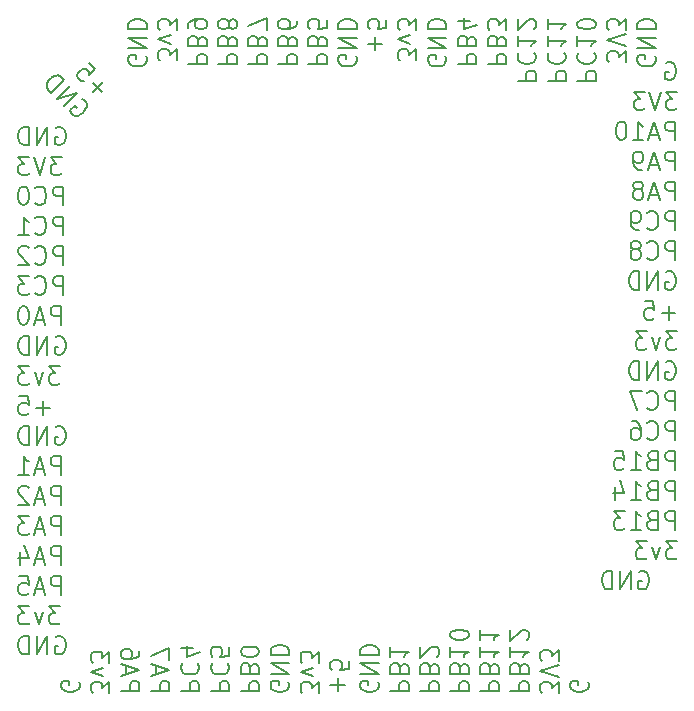
<source format=gbr>
%TF.GenerationSoftware,KiCad,Pcbnew,9.0.6*%
%TF.CreationDate,2026-01-02T14:20:19-05:00*%
%TF.ProjectId,plimsoll,706c696d-736f-46c6-9c2e-6b696361645f,rev?*%
%TF.SameCoordinates,Original*%
%TF.FileFunction,Legend,Bot*%
%TF.FilePolarity,Positive*%
%FSLAX46Y46*%
G04 Gerber Fmt 4.6, Leading zero omitted, Abs format (unit mm)*
G04 Created by KiCad (PCBNEW 9.0.6) date 2026-01-02 14:20:19*
%MOMM*%
%LPD*%
G01*
G04 APERTURE LIST*
G04 Aperture macros list*
%AMHorizOval*
0 Thick line with rounded ends*
0 $1 width*
0 $2 $3 position (X,Y) of the first rounded end (center of the circle)*
0 $4 $5 position (X,Y) of the second rounded end (center of the circle)*
0 Add line between two ends*
20,1,$1,$2,$3,$4,$5,0*
0 Add two circle primitives to create the rounded ends*
1,1,$1,$2,$3*
1,1,$1,$4,$5*%
%AMRotRect*
0 Rectangle, with rotation*
0 The origin of the aperture is its center*
0 $1 length*
0 $2 width*
0 $3 Rotation angle, in degrees counterclockwise*
0 Add horizontal line*
21,1,$1,$2,0,0,$3*%
G04 Aperture macros list end*
%ADD10C,0.187500*%
%ADD11HorizOval,1.000000X-0.282843X0.282843X0.282843X-0.282843X0*%
%ADD12HorizOval,1.000000X-0.388909X0.388909X0.388909X-0.388909X0*%
%ADD13C,0.650000*%
%ADD14R,1.700000X1.700000*%
%ADD15C,1.700000*%
%ADD16RotRect,1.700000X1.700000X135.000000*%
%ADD17C,0.990600*%
%ADD18C,2.200000*%
G04 APERTURE END LIST*
D10*
X68320673Y-87199799D02*
X67512551Y-86391677D01*
X67492348Y-87220002D02*
X68340876Y-86371474D01*
X67191828Y-84692095D02*
X67696904Y-85197171D01*
X67696904Y-85197171D02*
X67217082Y-85778009D01*
X67217082Y-85778009D02*
X67219607Y-85674469D01*
X67219607Y-85674469D02*
X67171625Y-85520420D01*
X67171625Y-85520420D02*
X66919087Y-85267882D01*
X66919087Y-85267882D02*
X66765038Y-85219900D01*
X66765038Y-85219900D02*
X66661498Y-85222425D01*
X66661498Y-85222425D02*
X66504924Y-85277984D01*
X66504924Y-85277984D02*
X66239759Y-85543149D01*
X66239759Y-85543149D02*
X66184201Y-85699722D01*
X66184201Y-85699722D02*
X66181675Y-85803263D01*
X66181675Y-85803263D02*
X66229658Y-85957311D01*
X66229658Y-85957311D02*
X66482196Y-86209849D01*
X66482196Y-86209849D02*
X66636244Y-86257832D01*
X66636244Y-86257832D02*
X66739785Y-86255306D01*
X66608502Y-87800803D02*
X66762550Y-87848785D01*
X66762550Y-87848785D02*
X66914073Y-88000308D01*
X66914073Y-88000308D02*
X67012563Y-88204864D01*
X67012563Y-88204864D02*
X67007512Y-88411945D01*
X67007512Y-88411945D02*
X66951953Y-88568519D01*
X66951953Y-88568519D02*
X66790329Y-88831159D01*
X66790329Y-88831159D02*
X66631230Y-88990258D01*
X66631230Y-88990258D02*
X66368590Y-89151882D01*
X66368590Y-89151882D02*
X66212017Y-89207440D01*
X66212017Y-89207440D02*
X66004935Y-89212491D01*
X66004935Y-89212491D02*
X65800380Y-89114001D01*
X65800380Y-89114001D02*
X65699364Y-89012986D01*
X65699364Y-89012986D02*
X65600874Y-88808430D01*
X65600874Y-88808430D02*
X65603400Y-88704890D01*
X65603400Y-88704890D02*
X65974631Y-88333658D01*
X65974631Y-88333658D02*
X66176661Y-88535689D01*
X65042765Y-88356387D02*
X66156458Y-87242694D01*
X66156458Y-87242694D02*
X64436674Y-87750295D01*
X64436674Y-87750295D02*
X65550367Y-86636602D01*
X63931597Y-87245219D02*
X65045290Y-86131526D01*
X65045290Y-86131526D02*
X64792752Y-85878987D01*
X64792752Y-85878987D02*
X64588196Y-85780498D01*
X64588196Y-85780498D02*
X64381115Y-85785548D01*
X64381115Y-85785548D02*
X64224541Y-85841107D01*
X64224541Y-85841107D02*
X63961902Y-86002731D01*
X63961902Y-86002731D02*
X63802803Y-86161830D01*
X63802803Y-86161830D02*
X63641178Y-86424470D01*
X63641178Y-86424470D02*
X63585620Y-86581044D01*
X63585620Y-86581044D02*
X63580569Y-86788125D01*
X63580569Y-86788125D02*
X63679059Y-86992681D01*
X63679059Y-86992681D02*
X63931597Y-87245219D01*
X115108754Y-84151926D02*
X115183754Y-84294784D01*
X115183754Y-84294784D02*
X115183754Y-84509069D01*
X115183754Y-84509069D02*
X115108754Y-84723355D01*
X115108754Y-84723355D02*
X114958754Y-84866212D01*
X114958754Y-84866212D02*
X114808754Y-84937641D01*
X114808754Y-84937641D02*
X114508754Y-85009069D01*
X114508754Y-85009069D02*
X114283754Y-85009069D01*
X114283754Y-85009069D02*
X113983754Y-84937641D01*
X113983754Y-84937641D02*
X113833754Y-84866212D01*
X113833754Y-84866212D02*
X113683754Y-84723355D01*
X113683754Y-84723355D02*
X113608754Y-84509069D01*
X113608754Y-84509069D02*
X113608754Y-84366212D01*
X113608754Y-84366212D02*
X113683754Y-84151926D01*
X113683754Y-84151926D02*
X113758754Y-84080498D01*
X113758754Y-84080498D02*
X114283754Y-84080498D01*
X114283754Y-84080498D02*
X114283754Y-84366212D01*
X113608754Y-83437641D02*
X115183754Y-83437641D01*
X115183754Y-83437641D02*
X113608754Y-82580498D01*
X113608754Y-82580498D02*
X115183754Y-82580498D01*
X113608754Y-81866212D02*
X115183754Y-81866212D01*
X115183754Y-81866212D02*
X115183754Y-81509069D01*
X115183754Y-81509069D02*
X115108754Y-81294783D01*
X115108754Y-81294783D02*
X114958754Y-81151926D01*
X114958754Y-81151926D02*
X114808754Y-81080497D01*
X114808754Y-81080497D02*
X114508754Y-81009069D01*
X114508754Y-81009069D02*
X114283754Y-81009069D01*
X114283754Y-81009069D02*
X113983754Y-81080497D01*
X113983754Y-81080497D02*
X113833754Y-81151926D01*
X113833754Y-81151926D02*
X113683754Y-81294783D01*
X113683754Y-81294783D02*
X113608754Y-81509069D01*
X113608754Y-81509069D02*
X113608754Y-81866212D01*
X112648092Y-84651925D02*
X112648092Y-83723353D01*
X112648092Y-83723353D02*
X112048092Y-84223353D01*
X112048092Y-84223353D02*
X112048092Y-84009068D01*
X112048092Y-84009068D02*
X111973092Y-83866211D01*
X111973092Y-83866211D02*
X111898092Y-83794782D01*
X111898092Y-83794782D02*
X111748092Y-83723353D01*
X111748092Y-83723353D02*
X111373092Y-83723353D01*
X111373092Y-83723353D02*
X111223092Y-83794782D01*
X111223092Y-83794782D02*
X111148092Y-83866211D01*
X111148092Y-83866211D02*
X111073092Y-84009068D01*
X111073092Y-84009068D02*
X111073092Y-84437639D01*
X111073092Y-84437639D02*
X111148092Y-84580496D01*
X111148092Y-84580496D02*
X111223092Y-84651925D01*
X112648092Y-83294782D02*
X111073092Y-82794782D01*
X111073092Y-82794782D02*
X112648092Y-82294782D01*
X112648092Y-81937640D02*
X112648092Y-81009068D01*
X112648092Y-81009068D02*
X112048092Y-81509068D01*
X112048092Y-81509068D02*
X112048092Y-81294783D01*
X112048092Y-81294783D02*
X111973092Y-81151926D01*
X111973092Y-81151926D02*
X111898092Y-81080497D01*
X111898092Y-81080497D02*
X111748092Y-81009068D01*
X111748092Y-81009068D02*
X111373092Y-81009068D01*
X111373092Y-81009068D02*
X111223092Y-81080497D01*
X111223092Y-81080497D02*
X111148092Y-81151926D01*
X111148092Y-81151926D02*
X111073092Y-81294783D01*
X111073092Y-81294783D02*
X111073092Y-81723354D01*
X111073092Y-81723354D02*
X111148092Y-81866211D01*
X111148092Y-81866211D02*
X111223092Y-81937640D01*
X108537430Y-86223354D02*
X110112430Y-86223354D01*
X110112430Y-86223354D02*
X110112430Y-85651925D01*
X110112430Y-85651925D02*
X110037430Y-85509068D01*
X110037430Y-85509068D02*
X109962430Y-85437639D01*
X109962430Y-85437639D02*
X109812430Y-85366211D01*
X109812430Y-85366211D02*
X109587430Y-85366211D01*
X109587430Y-85366211D02*
X109437430Y-85437639D01*
X109437430Y-85437639D02*
X109362430Y-85509068D01*
X109362430Y-85509068D02*
X109287430Y-85651925D01*
X109287430Y-85651925D02*
X109287430Y-86223354D01*
X108687430Y-83866211D02*
X108612430Y-83937639D01*
X108612430Y-83937639D02*
X108537430Y-84151925D01*
X108537430Y-84151925D02*
X108537430Y-84294782D01*
X108537430Y-84294782D02*
X108612430Y-84509068D01*
X108612430Y-84509068D02*
X108762430Y-84651925D01*
X108762430Y-84651925D02*
X108912430Y-84723354D01*
X108912430Y-84723354D02*
X109212430Y-84794782D01*
X109212430Y-84794782D02*
X109437430Y-84794782D01*
X109437430Y-84794782D02*
X109737430Y-84723354D01*
X109737430Y-84723354D02*
X109887430Y-84651925D01*
X109887430Y-84651925D02*
X110037430Y-84509068D01*
X110037430Y-84509068D02*
X110112430Y-84294782D01*
X110112430Y-84294782D02*
X110112430Y-84151925D01*
X110112430Y-84151925D02*
X110037430Y-83937639D01*
X110037430Y-83937639D02*
X109962430Y-83866211D01*
X108537430Y-82437639D02*
X108537430Y-83294782D01*
X108537430Y-82866211D02*
X110112430Y-82866211D01*
X110112430Y-82866211D02*
X109887430Y-83009068D01*
X109887430Y-83009068D02*
X109737430Y-83151925D01*
X109737430Y-83151925D02*
X109662430Y-83294782D01*
X110112430Y-81509068D02*
X110112430Y-81366211D01*
X110112430Y-81366211D02*
X110037430Y-81223354D01*
X110037430Y-81223354D02*
X109962430Y-81151926D01*
X109962430Y-81151926D02*
X109812430Y-81080497D01*
X109812430Y-81080497D02*
X109512430Y-81009068D01*
X109512430Y-81009068D02*
X109137430Y-81009068D01*
X109137430Y-81009068D02*
X108837430Y-81080497D01*
X108837430Y-81080497D02*
X108687430Y-81151926D01*
X108687430Y-81151926D02*
X108612430Y-81223354D01*
X108612430Y-81223354D02*
X108537430Y-81366211D01*
X108537430Y-81366211D02*
X108537430Y-81509068D01*
X108537430Y-81509068D02*
X108612430Y-81651926D01*
X108612430Y-81651926D02*
X108687430Y-81723354D01*
X108687430Y-81723354D02*
X108837430Y-81794783D01*
X108837430Y-81794783D02*
X109137430Y-81866211D01*
X109137430Y-81866211D02*
X109512430Y-81866211D01*
X109512430Y-81866211D02*
X109812430Y-81794783D01*
X109812430Y-81794783D02*
X109962430Y-81723354D01*
X109962430Y-81723354D02*
X110037430Y-81651926D01*
X110037430Y-81651926D02*
X110112430Y-81509068D01*
X106001768Y-86223354D02*
X107576768Y-86223354D01*
X107576768Y-86223354D02*
X107576768Y-85651925D01*
X107576768Y-85651925D02*
X107501768Y-85509068D01*
X107501768Y-85509068D02*
X107426768Y-85437639D01*
X107426768Y-85437639D02*
X107276768Y-85366211D01*
X107276768Y-85366211D02*
X107051768Y-85366211D01*
X107051768Y-85366211D02*
X106901768Y-85437639D01*
X106901768Y-85437639D02*
X106826768Y-85509068D01*
X106826768Y-85509068D02*
X106751768Y-85651925D01*
X106751768Y-85651925D02*
X106751768Y-86223354D01*
X106151768Y-83866211D02*
X106076768Y-83937639D01*
X106076768Y-83937639D02*
X106001768Y-84151925D01*
X106001768Y-84151925D02*
X106001768Y-84294782D01*
X106001768Y-84294782D02*
X106076768Y-84509068D01*
X106076768Y-84509068D02*
X106226768Y-84651925D01*
X106226768Y-84651925D02*
X106376768Y-84723354D01*
X106376768Y-84723354D02*
X106676768Y-84794782D01*
X106676768Y-84794782D02*
X106901768Y-84794782D01*
X106901768Y-84794782D02*
X107201768Y-84723354D01*
X107201768Y-84723354D02*
X107351768Y-84651925D01*
X107351768Y-84651925D02*
X107501768Y-84509068D01*
X107501768Y-84509068D02*
X107576768Y-84294782D01*
X107576768Y-84294782D02*
X107576768Y-84151925D01*
X107576768Y-84151925D02*
X107501768Y-83937639D01*
X107501768Y-83937639D02*
X107426768Y-83866211D01*
X106001768Y-82437639D02*
X106001768Y-83294782D01*
X106001768Y-82866211D02*
X107576768Y-82866211D01*
X107576768Y-82866211D02*
X107351768Y-83009068D01*
X107351768Y-83009068D02*
X107201768Y-83151925D01*
X107201768Y-83151925D02*
X107126768Y-83294782D01*
X106001768Y-81009068D02*
X106001768Y-81866211D01*
X106001768Y-81437640D02*
X107576768Y-81437640D01*
X107576768Y-81437640D02*
X107351768Y-81580497D01*
X107351768Y-81580497D02*
X107201768Y-81723354D01*
X107201768Y-81723354D02*
X107126768Y-81866211D01*
X103466106Y-86223354D02*
X105041106Y-86223354D01*
X105041106Y-86223354D02*
X105041106Y-85651925D01*
X105041106Y-85651925D02*
X104966106Y-85509068D01*
X104966106Y-85509068D02*
X104891106Y-85437639D01*
X104891106Y-85437639D02*
X104741106Y-85366211D01*
X104741106Y-85366211D02*
X104516106Y-85366211D01*
X104516106Y-85366211D02*
X104366106Y-85437639D01*
X104366106Y-85437639D02*
X104291106Y-85509068D01*
X104291106Y-85509068D02*
X104216106Y-85651925D01*
X104216106Y-85651925D02*
X104216106Y-86223354D01*
X103616106Y-83866211D02*
X103541106Y-83937639D01*
X103541106Y-83937639D02*
X103466106Y-84151925D01*
X103466106Y-84151925D02*
X103466106Y-84294782D01*
X103466106Y-84294782D02*
X103541106Y-84509068D01*
X103541106Y-84509068D02*
X103691106Y-84651925D01*
X103691106Y-84651925D02*
X103841106Y-84723354D01*
X103841106Y-84723354D02*
X104141106Y-84794782D01*
X104141106Y-84794782D02*
X104366106Y-84794782D01*
X104366106Y-84794782D02*
X104666106Y-84723354D01*
X104666106Y-84723354D02*
X104816106Y-84651925D01*
X104816106Y-84651925D02*
X104966106Y-84509068D01*
X104966106Y-84509068D02*
X105041106Y-84294782D01*
X105041106Y-84294782D02*
X105041106Y-84151925D01*
X105041106Y-84151925D02*
X104966106Y-83937639D01*
X104966106Y-83937639D02*
X104891106Y-83866211D01*
X103466106Y-82437639D02*
X103466106Y-83294782D01*
X103466106Y-82866211D02*
X105041106Y-82866211D01*
X105041106Y-82866211D02*
X104816106Y-83009068D01*
X104816106Y-83009068D02*
X104666106Y-83151925D01*
X104666106Y-83151925D02*
X104591106Y-83294782D01*
X104891106Y-81866211D02*
X104966106Y-81794783D01*
X104966106Y-81794783D02*
X105041106Y-81651926D01*
X105041106Y-81651926D02*
X105041106Y-81294783D01*
X105041106Y-81294783D02*
X104966106Y-81151926D01*
X104966106Y-81151926D02*
X104891106Y-81080497D01*
X104891106Y-81080497D02*
X104741106Y-81009068D01*
X104741106Y-81009068D02*
X104591106Y-81009068D01*
X104591106Y-81009068D02*
X104366106Y-81080497D01*
X104366106Y-81080497D02*
X103466106Y-81937640D01*
X103466106Y-81937640D02*
X103466106Y-81009068D01*
X100930444Y-84794783D02*
X102505444Y-84794783D01*
X102505444Y-84794783D02*
X102505444Y-84223354D01*
X102505444Y-84223354D02*
X102430444Y-84080497D01*
X102430444Y-84080497D02*
X102355444Y-84009068D01*
X102355444Y-84009068D02*
X102205444Y-83937640D01*
X102205444Y-83937640D02*
X101980444Y-83937640D01*
X101980444Y-83937640D02*
X101830444Y-84009068D01*
X101830444Y-84009068D02*
X101755444Y-84080497D01*
X101755444Y-84080497D02*
X101680444Y-84223354D01*
X101680444Y-84223354D02*
X101680444Y-84794783D01*
X101755444Y-82794783D02*
X101680444Y-82580497D01*
X101680444Y-82580497D02*
X101605444Y-82509068D01*
X101605444Y-82509068D02*
X101455444Y-82437640D01*
X101455444Y-82437640D02*
X101230444Y-82437640D01*
X101230444Y-82437640D02*
X101080444Y-82509068D01*
X101080444Y-82509068D02*
X101005444Y-82580497D01*
X101005444Y-82580497D02*
X100930444Y-82723354D01*
X100930444Y-82723354D02*
X100930444Y-83294783D01*
X100930444Y-83294783D02*
X102505444Y-83294783D01*
X102505444Y-83294783D02*
X102505444Y-82794783D01*
X102505444Y-82794783D02*
X102430444Y-82651926D01*
X102430444Y-82651926D02*
X102355444Y-82580497D01*
X102355444Y-82580497D02*
X102205444Y-82509068D01*
X102205444Y-82509068D02*
X102055444Y-82509068D01*
X102055444Y-82509068D02*
X101905444Y-82580497D01*
X101905444Y-82580497D02*
X101830444Y-82651926D01*
X101830444Y-82651926D02*
X101755444Y-82794783D01*
X101755444Y-82794783D02*
X101755444Y-83294783D01*
X102505444Y-81937640D02*
X102505444Y-81009068D01*
X102505444Y-81009068D02*
X101905444Y-81509068D01*
X101905444Y-81509068D02*
X101905444Y-81294783D01*
X101905444Y-81294783D02*
X101830444Y-81151926D01*
X101830444Y-81151926D02*
X101755444Y-81080497D01*
X101755444Y-81080497D02*
X101605444Y-81009068D01*
X101605444Y-81009068D02*
X101230444Y-81009068D01*
X101230444Y-81009068D02*
X101080444Y-81080497D01*
X101080444Y-81080497D02*
X101005444Y-81151926D01*
X101005444Y-81151926D02*
X100930444Y-81294783D01*
X100930444Y-81294783D02*
X100930444Y-81723354D01*
X100930444Y-81723354D02*
X101005444Y-81866211D01*
X101005444Y-81866211D02*
X101080444Y-81937640D01*
X98394782Y-84794783D02*
X99969782Y-84794783D01*
X99969782Y-84794783D02*
X99969782Y-84223354D01*
X99969782Y-84223354D02*
X99894782Y-84080497D01*
X99894782Y-84080497D02*
X99819782Y-84009068D01*
X99819782Y-84009068D02*
X99669782Y-83937640D01*
X99669782Y-83937640D02*
X99444782Y-83937640D01*
X99444782Y-83937640D02*
X99294782Y-84009068D01*
X99294782Y-84009068D02*
X99219782Y-84080497D01*
X99219782Y-84080497D02*
X99144782Y-84223354D01*
X99144782Y-84223354D02*
X99144782Y-84794783D01*
X99219782Y-82794783D02*
X99144782Y-82580497D01*
X99144782Y-82580497D02*
X99069782Y-82509068D01*
X99069782Y-82509068D02*
X98919782Y-82437640D01*
X98919782Y-82437640D02*
X98694782Y-82437640D01*
X98694782Y-82437640D02*
X98544782Y-82509068D01*
X98544782Y-82509068D02*
X98469782Y-82580497D01*
X98469782Y-82580497D02*
X98394782Y-82723354D01*
X98394782Y-82723354D02*
X98394782Y-83294783D01*
X98394782Y-83294783D02*
X99969782Y-83294783D01*
X99969782Y-83294783D02*
X99969782Y-82794783D01*
X99969782Y-82794783D02*
X99894782Y-82651926D01*
X99894782Y-82651926D02*
X99819782Y-82580497D01*
X99819782Y-82580497D02*
X99669782Y-82509068D01*
X99669782Y-82509068D02*
X99519782Y-82509068D01*
X99519782Y-82509068D02*
X99369782Y-82580497D01*
X99369782Y-82580497D02*
X99294782Y-82651926D01*
X99294782Y-82651926D02*
X99219782Y-82794783D01*
X99219782Y-82794783D02*
X99219782Y-83294783D01*
X99444782Y-81151926D02*
X98394782Y-81151926D01*
X100044782Y-81509068D02*
X98919782Y-81866211D01*
X98919782Y-81866211D02*
X98919782Y-80937640D01*
X97359120Y-84151926D02*
X97434120Y-84294784D01*
X97434120Y-84294784D02*
X97434120Y-84509069D01*
X97434120Y-84509069D02*
X97359120Y-84723355D01*
X97359120Y-84723355D02*
X97209120Y-84866212D01*
X97209120Y-84866212D02*
X97059120Y-84937641D01*
X97059120Y-84937641D02*
X96759120Y-85009069D01*
X96759120Y-85009069D02*
X96534120Y-85009069D01*
X96534120Y-85009069D02*
X96234120Y-84937641D01*
X96234120Y-84937641D02*
X96084120Y-84866212D01*
X96084120Y-84866212D02*
X95934120Y-84723355D01*
X95934120Y-84723355D02*
X95859120Y-84509069D01*
X95859120Y-84509069D02*
X95859120Y-84366212D01*
X95859120Y-84366212D02*
X95934120Y-84151926D01*
X95934120Y-84151926D02*
X96009120Y-84080498D01*
X96009120Y-84080498D02*
X96534120Y-84080498D01*
X96534120Y-84080498D02*
X96534120Y-84366212D01*
X95859120Y-83437641D02*
X97434120Y-83437641D01*
X97434120Y-83437641D02*
X95859120Y-82580498D01*
X95859120Y-82580498D02*
X97434120Y-82580498D01*
X95859120Y-81866212D02*
X97434120Y-81866212D01*
X97434120Y-81866212D02*
X97434120Y-81509069D01*
X97434120Y-81509069D02*
X97359120Y-81294783D01*
X97359120Y-81294783D02*
X97209120Y-81151926D01*
X97209120Y-81151926D02*
X97059120Y-81080497D01*
X97059120Y-81080497D02*
X96759120Y-81009069D01*
X96759120Y-81009069D02*
X96534120Y-81009069D01*
X96534120Y-81009069D02*
X96234120Y-81080497D01*
X96234120Y-81080497D02*
X96084120Y-81151926D01*
X96084120Y-81151926D02*
X95934120Y-81294783D01*
X95934120Y-81294783D02*
X95859120Y-81509069D01*
X95859120Y-81509069D02*
X95859120Y-81866212D01*
X94898458Y-84509068D02*
X94898458Y-83580496D01*
X94898458Y-83580496D02*
X94298458Y-84080496D01*
X94298458Y-84080496D02*
X94298458Y-83866211D01*
X94298458Y-83866211D02*
X94223458Y-83723354D01*
X94223458Y-83723354D02*
X94148458Y-83651925D01*
X94148458Y-83651925D02*
X93998458Y-83580496D01*
X93998458Y-83580496D02*
X93623458Y-83580496D01*
X93623458Y-83580496D02*
X93473458Y-83651925D01*
X93473458Y-83651925D02*
X93398458Y-83723354D01*
X93398458Y-83723354D02*
X93323458Y-83866211D01*
X93323458Y-83866211D02*
X93323458Y-84294782D01*
X93323458Y-84294782D02*
X93398458Y-84437639D01*
X93398458Y-84437639D02*
X93473458Y-84509068D01*
X94373458Y-83080497D02*
X93323458Y-82723354D01*
X93323458Y-82723354D02*
X94373458Y-82366211D01*
X94898458Y-81937640D02*
X94898458Y-81009068D01*
X94898458Y-81009068D02*
X94298458Y-81509068D01*
X94298458Y-81509068D02*
X94298458Y-81294783D01*
X94298458Y-81294783D02*
X94223458Y-81151926D01*
X94223458Y-81151926D02*
X94148458Y-81080497D01*
X94148458Y-81080497D02*
X93998458Y-81009068D01*
X93998458Y-81009068D02*
X93623458Y-81009068D01*
X93623458Y-81009068D02*
X93473458Y-81080497D01*
X93473458Y-81080497D02*
X93398458Y-81151926D01*
X93398458Y-81151926D02*
X93323458Y-81294783D01*
X93323458Y-81294783D02*
X93323458Y-81723354D01*
X93323458Y-81723354D02*
X93398458Y-81866211D01*
X93398458Y-81866211D02*
X93473458Y-81937640D01*
X91387796Y-83651926D02*
X91387796Y-82509069D01*
X90787796Y-83080497D02*
X91987796Y-83080497D01*
X92362796Y-81080497D02*
X92362796Y-81794783D01*
X92362796Y-81794783D02*
X91612796Y-81866211D01*
X91612796Y-81866211D02*
X91687796Y-81794783D01*
X91687796Y-81794783D02*
X91762796Y-81651926D01*
X91762796Y-81651926D02*
X91762796Y-81294783D01*
X91762796Y-81294783D02*
X91687796Y-81151926D01*
X91687796Y-81151926D02*
X91612796Y-81080497D01*
X91612796Y-81080497D02*
X91462796Y-81009068D01*
X91462796Y-81009068D02*
X91087796Y-81009068D01*
X91087796Y-81009068D02*
X90937796Y-81080497D01*
X90937796Y-81080497D02*
X90862796Y-81151926D01*
X90862796Y-81151926D02*
X90787796Y-81294783D01*
X90787796Y-81294783D02*
X90787796Y-81651926D01*
X90787796Y-81651926D02*
X90862796Y-81794783D01*
X90862796Y-81794783D02*
X90937796Y-81866211D01*
X89752134Y-84151926D02*
X89827134Y-84294784D01*
X89827134Y-84294784D02*
X89827134Y-84509069D01*
X89827134Y-84509069D02*
X89752134Y-84723355D01*
X89752134Y-84723355D02*
X89602134Y-84866212D01*
X89602134Y-84866212D02*
X89452134Y-84937641D01*
X89452134Y-84937641D02*
X89152134Y-85009069D01*
X89152134Y-85009069D02*
X88927134Y-85009069D01*
X88927134Y-85009069D02*
X88627134Y-84937641D01*
X88627134Y-84937641D02*
X88477134Y-84866212D01*
X88477134Y-84866212D02*
X88327134Y-84723355D01*
X88327134Y-84723355D02*
X88252134Y-84509069D01*
X88252134Y-84509069D02*
X88252134Y-84366212D01*
X88252134Y-84366212D02*
X88327134Y-84151926D01*
X88327134Y-84151926D02*
X88402134Y-84080498D01*
X88402134Y-84080498D02*
X88927134Y-84080498D01*
X88927134Y-84080498D02*
X88927134Y-84366212D01*
X88252134Y-83437641D02*
X89827134Y-83437641D01*
X89827134Y-83437641D02*
X88252134Y-82580498D01*
X88252134Y-82580498D02*
X89827134Y-82580498D01*
X88252134Y-81866212D02*
X89827134Y-81866212D01*
X89827134Y-81866212D02*
X89827134Y-81509069D01*
X89827134Y-81509069D02*
X89752134Y-81294783D01*
X89752134Y-81294783D02*
X89602134Y-81151926D01*
X89602134Y-81151926D02*
X89452134Y-81080497D01*
X89452134Y-81080497D02*
X89152134Y-81009069D01*
X89152134Y-81009069D02*
X88927134Y-81009069D01*
X88927134Y-81009069D02*
X88627134Y-81080497D01*
X88627134Y-81080497D02*
X88477134Y-81151926D01*
X88477134Y-81151926D02*
X88327134Y-81294783D01*
X88327134Y-81294783D02*
X88252134Y-81509069D01*
X88252134Y-81509069D02*
X88252134Y-81866212D01*
X85716472Y-84794783D02*
X87291472Y-84794783D01*
X87291472Y-84794783D02*
X87291472Y-84223354D01*
X87291472Y-84223354D02*
X87216472Y-84080497D01*
X87216472Y-84080497D02*
X87141472Y-84009068D01*
X87141472Y-84009068D02*
X86991472Y-83937640D01*
X86991472Y-83937640D02*
X86766472Y-83937640D01*
X86766472Y-83937640D02*
X86616472Y-84009068D01*
X86616472Y-84009068D02*
X86541472Y-84080497D01*
X86541472Y-84080497D02*
X86466472Y-84223354D01*
X86466472Y-84223354D02*
X86466472Y-84794783D01*
X86541472Y-82794783D02*
X86466472Y-82580497D01*
X86466472Y-82580497D02*
X86391472Y-82509068D01*
X86391472Y-82509068D02*
X86241472Y-82437640D01*
X86241472Y-82437640D02*
X86016472Y-82437640D01*
X86016472Y-82437640D02*
X85866472Y-82509068D01*
X85866472Y-82509068D02*
X85791472Y-82580497D01*
X85791472Y-82580497D02*
X85716472Y-82723354D01*
X85716472Y-82723354D02*
X85716472Y-83294783D01*
X85716472Y-83294783D02*
X87291472Y-83294783D01*
X87291472Y-83294783D02*
X87291472Y-82794783D01*
X87291472Y-82794783D02*
X87216472Y-82651926D01*
X87216472Y-82651926D02*
X87141472Y-82580497D01*
X87141472Y-82580497D02*
X86991472Y-82509068D01*
X86991472Y-82509068D02*
X86841472Y-82509068D01*
X86841472Y-82509068D02*
X86691472Y-82580497D01*
X86691472Y-82580497D02*
X86616472Y-82651926D01*
X86616472Y-82651926D02*
X86541472Y-82794783D01*
X86541472Y-82794783D02*
X86541472Y-83294783D01*
X87291472Y-81080497D02*
X87291472Y-81794783D01*
X87291472Y-81794783D02*
X86541472Y-81866211D01*
X86541472Y-81866211D02*
X86616472Y-81794783D01*
X86616472Y-81794783D02*
X86691472Y-81651926D01*
X86691472Y-81651926D02*
X86691472Y-81294783D01*
X86691472Y-81294783D02*
X86616472Y-81151926D01*
X86616472Y-81151926D02*
X86541472Y-81080497D01*
X86541472Y-81080497D02*
X86391472Y-81009068D01*
X86391472Y-81009068D02*
X86016472Y-81009068D01*
X86016472Y-81009068D02*
X85866472Y-81080497D01*
X85866472Y-81080497D02*
X85791472Y-81151926D01*
X85791472Y-81151926D02*
X85716472Y-81294783D01*
X85716472Y-81294783D02*
X85716472Y-81651926D01*
X85716472Y-81651926D02*
X85791472Y-81794783D01*
X85791472Y-81794783D02*
X85866472Y-81866211D01*
X83180810Y-84794783D02*
X84755810Y-84794783D01*
X84755810Y-84794783D02*
X84755810Y-84223354D01*
X84755810Y-84223354D02*
X84680810Y-84080497D01*
X84680810Y-84080497D02*
X84605810Y-84009068D01*
X84605810Y-84009068D02*
X84455810Y-83937640D01*
X84455810Y-83937640D02*
X84230810Y-83937640D01*
X84230810Y-83937640D02*
X84080810Y-84009068D01*
X84080810Y-84009068D02*
X84005810Y-84080497D01*
X84005810Y-84080497D02*
X83930810Y-84223354D01*
X83930810Y-84223354D02*
X83930810Y-84794783D01*
X84005810Y-82794783D02*
X83930810Y-82580497D01*
X83930810Y-82580497D02*
X83855810Y-82509068D01*
X83855810Y-82509068D02*
X83705810Y-82437640D01*
X83705810Y-82437640D02*
X83480810Y-82437640D01*
X83480810Y-82437640D02*
X83330810Y-82509068D01*
X83330810Y-82509068D02*
X83255810Y-82580497D01*
X83255810Y-82580497D02*
X83180810Y-82723354D01*
X83180810Y-82723354D02*
X83180810Y-83294783D01*
X83180810Y-83294783D02*
X84755810Y-83294783D01*
X84755810Y-83294783D02*
X84755810Y-82794783D01*
X84755810Y-82794783D02*
X84680810Y-82651926D01*
X84680810Y-82651926D02*
X84605810Y-82580497D01*
X84605810Y-82580497D02*
X84455810Y-82509068D01*
X84455810Y-82509068D02*
X84305810Y-82509068D01*
X84305810Y-82509068D02*
X84155810Y-82580497D01*
X84155810Y-82580497D02*
X84080810Y-82651926D01*
X84080810Y-82651926D02*
X84005810Y-82794783D01*
X84005810Y-82794783D02*
X84005810Y-83294783D01*
X84755810Y-81151926D02*
X84755810Y-81437640D01*
X84755810Y-81437640D02*
X84680810Y-81580497D01*
X84680810Y-81580497D02*
X84605810Y-81651926D01*
X84605810Y-81651926D02*
X84380810Y-81794783D01*
X84380810Y-81794783D02*
X84080810Y-81866211D01*
X84080810Y-81866211D02*
X83480810Y-81866211D01*
X83480810Y-81866211D02*
X83330810Y-81794783D01*
X83330810Y-81794783D02*
X83255810Y-81723354D01*
X83255810Y-81723354D02*
X83180810Y-81580497D01*
X83180810Y-81580497D02*
X83180810Y-81294783D01*
X83180810Y-81294783D02*
X83255810Y-81151926D01*
X83255810Y-81151926D02*
X83330810Y-81080497D01*
X83330810Y-81080497D02*
X83480810Y-81009068D01*
X83480810Y-81009068D02*
X83855810Y-81009068D01*
X83855810Y-81009068D02*
X84005810Y-81080497D01*
X84005810Y-81080497D02*
X84080810Y-81151926D01*
X84080810Y-81151926D02*
X84155810Y-81294783D01*
X84155810Y-81294783D02*
X84155810Y-81580497D01*
X84155810Y-81580497D02*
X84080810Y-81723354D01*
X84080810Y-81723354D02*
X84005810Y-81794783D01*
X84005810Y-81794783D02*
X83855810Y-81866211D01*
X80645148Y-84794783D02*
X82220148Y-84794783D01*
X82220148Y-84794783D02*
X82220148Y-84223354D01*
X82220148Y-84223354D02*
X82145148Y-84080497D01*
X82145148Y-84080497D02*
X82070148Y-84009068D01*
X82070148Y-84009068D02*
X81920148Y-83937640D01*
X81920148Y-83937640D02*
X81695148Y-83937640D01*
X81695148Y-83937640D02*
X81545148Y-84009068D01*
X81545148Y-84009068D02*
X81470148Y-84080497D01*
X81470148Y-84080497D02*
X81395148Y-84223354D01*
X81395148Y-84223354D02*
X81395148Y-84794783D01*
X81470148Y-82794783D02*
X81395148Y-82580497D01*
X81395148Y-82580497D02*
X81320148Y-82509068D01*
X81320148Y-82509068D02*
X81170148Y-82437640D01*
X81170148Y-82437640D02*
X80945148Y-82437640D01*
X80945148Y-82437640D02*
X80795148Y-82509068D01*
X80795148Y-82509068D02*
X80720148Y-82580497D01*
X80720148Y-82580497D02*
X80645148Y-82723354D01*
X80645148Y-82723354D02*
X80645148Y-83294783D01*
X80645148Y-83294783D02*
X82220148Y-83294783D01*
X82220148Y-83294783D02*
X82220148Y-82794783D01*
X82220148Y-82794783D02*
X82145148Y-82651926D01*
X82145148Y-82651926D02*
X82070148Y-82580497D01*
X82070148Y-82580497D02*
X81920148Y-82509068D01*
X81920148Y-82509068D02*
X81770148Y-82509068D01*
X81770148Y-82509068D02*
X81620148Y-82580497D01*
X81620148Y-82580497D02*
X81545148Y-82651926D01*
X81545148Y-82651926D02*
X81470148Y-82794783D01*
X81470148Y-82794783D02*
X81470148Y-83294783D01*
X82220148Y-81937640D02*
X82220148Y-80937640D01*
X82220148Y-80937640D02*
X80645148Y-81580497D01*
X78109486Y-84794783D02*
X79684486Y-84794783D01*
X79684486Y-84794783D02*
X79684486Y-84223354D01*
X79684486Y-84223354D02*
X79609486Y-84080497D01*
X79609486Y-84080497D02*
X79534486Y-84009068D01*
X79534486Y-84009068D02*
X79384486Y-83937640D01*
X79384486Y-83937640D02*
X79159486Y-83937640D01*
X79159486Y-83937640D02*
X79009486Y-84009068D01*
X79009486Y-84009068D02*
X78934486Y-84080497D01*
X78934486Y-84080497D02*
X78859486Y-84223354D01*
X78859486Y-84223354D02*
X78859486Y-84794783D01*
X78934486Y-82794783D02*
X78859486Y-82580497D01*
X78859486Y-82580497D02*
X78784486Y-82509068D01*
X78784486Y-82509068D02*
X78634486Y-82437640D01*
X78634486Y-82437640D02*
X78409486Y-82437640D01*
X78409486Y-82437640D02*
X78259486Y-82509068D01*
X78259486Y-82509068D02*
X78184486Y-82580497D01*
X78184486Y-82580497D02*
X78109486Y-82723354D01*
X78109486Y-82723354D02*
X78109486Y-83294783D01*
X78109486Y-83294783D02*
X79684486Y-83294783D01*
X79684486Y-83294783D02*
X79684486Y-82794783D01*
X79684486Y-82794783D02*
X79609486Y-82651926D01*
X79609486Y-82651926D02*
X79534486Y-82580497D01*
X79534486Y-82580497D02*
X79384486Y-82509068D01*
X79384486Y-82509068D02*
X79234486Y-82509068D01*
X79234486Y-82509068D02*
X79084486Y-82580497D01*
X79084486Y-82580497D02*
X79009486Y-82651926D01*
X79009486Y-82651926D02*
X78934486Y-82794783D01*
X78934486Y-82794783D02*
X78934486Y-83294783D01*
X79009486Y-81580497D02*
X79084486Y-81723354D01*
X79084486Y-81723354D02*
X79159486Y-81794783D01*
X79159486Y-81794783D02*
X79309486Y-81866211D01*
X79309486Y-81866211D02*
X79384486Y-81866211D01*
X79384486Y-81866211D02*
X79534486Y-81794783D01*
X79534486Y-81794783D02*
X79609486Y-81723354D01*
X79609486Y-81723354D02*
X79684486Y-81580497D01*
X79684486Y-81580497D02*
X79684486Y-81294783D01*
X79684486Y-81294783D02*
X79609486Y-81151926D01*
X79609486Y-81151926D02*
X79534486Y-81080497D01*
X79534486Y-81080497D02*
X79384486Y-81009068D01*
X79384486Y-81009068D02*
X79309486Y-81009068D01*
X79309486Y-81009068D02*
X79159486Y-81080497D01*
X79159486Y-81080497D02*
X79084486Y-81151926D01*
X79084486Y-81151926D02*
X79009486Y-81294783D01*
X79009486Y-81294783D02*
X79009486Y-81580497D01*
X79009486Y-81580497D02*
X78934486Y-81723354D01*
X78934486Y-81723354D02*
X78859486Y-81794783D01*
X78859486Y-81794783D02*
X78709486Y-81866211D01*
X78709486Y-81866211D02*
X78409486Y-81866211D01*
X78409486Y-81866211D02*
X78259486Y-81794783D01*
X78259486Y-81794783D02*
X78184486Y-81723354D01*
X78184486Y-81723354D02*
X78109486Y-81580497D01*
X78109486Y-81580497D02*
X78109486Y-81294783D01*
X78109486Y-81294783D02*
X78184486Y-81151926D01*
X78184486Y-81151926D02*
X78259486Y-81080497D01*
X78259486Y-81080497D02*
X78409486Y-81009068D01*
X78409486Y-81009068D02*
X78709486Y-81009068D01*
X78709486Y-81009068D02*
X78859486Y-81080497D01*
X78859486Y-81080497D02*
X78934486Y-81151926D01*
X78934486Y-81151926D02*
X79009486Y-81294783D01*
X75573824Y-84794783D02*
X77148824Y-84794783D01*
X77148824Y-84794783D02*
X77148824Y-84223354D01*
X77148824Y-84223354D02*
X77073824Y-84080497D01*
X77073824Y-84080497D02*
X76998824Y-84009068D01*
X76998824Y-84009068D02*
X76848824Y-83937640D01*
X76848824Y-83937640D02*
X76623824Y-83937640D01*
X76623824Y-83937640D02*
X76473824Y-84009068D01*
X76473824Y-84009068D02*
X76398824Y-84080497D01*
X76398824Y-84080497D02*
X76323824Y-84223354D01*
X76323824Y-84223354D02*
X76323824Y-84794783D01*
X76398824Y-82794783D02*
X76323824Y-82580497D01*
X76323824Y-82580497D02*
X76248824Y-82509068D01*
X76248824Y-82509068D02*
X76098824Y-82437640D01*
X76098824Y-82437640D02*
X75873824Y-82437640D01*
X75873824Y-82437640D02*
X75723824Y-82509068D01*
X75723824Y-82509068D02*
X75648824Y-82580497D01*
X75648824Y-82580497D02*
X75573824Y-82723354D01*
X75573824Y-82723354D02*
X75573824Y-83294783D01*
X75573824Y-83294783D02*
X77148824Y-83294783D01*
X77148824Y-83294783D02*
X77148824Y-82794783D01*
X77148824Y-82794783D02*
X77073824Y-82651926D01*
X77073824Y-82651926D02*
X76998824Y-82580497D01*
X76998824Y-82580497D02*
X76848824Y-82509068D01*
X76848824Y-82509068D02*
X76698824Y-82509068D01*
X76698824Y-82509068D02*
X76548824Y-82580497D01*
X76548824Y-82580497D02*
X76473824Y-82651926D01*
X76473824Y-82651926D02*
X76398824Y-82794783D01*
X76398824Y-82794783D02*
X76398824Y-83294783D01*
X75573824Y-81723354D02*
X75573824Y-81437640D01*
X75573824Y-81437640D02*
X75648824Y-81294783D01*
X75648824Y-81294783D02*
X75723824Y-81223354D01*
X75723824Y-81223354D02*
X75948824Y-81080497D01*
X75948824Y-81080497D02*
X76248824Y-81009068D01*
X76248824Y-81009068D02*
X76848824Y-81009068D01*
X76848824Y-81009068D02*
X76998824Y-81080497D01*
X76998824Y-81080497D02*
X77073824Y-81151926D01*
X77073824Y-81151926D02*
X77148824Y-81294783D01*
X77148824Y-81294783D02*
X77148824Y-81580497D01*
X77148824Y-81580497D02*
X77073824Y-81723354D01*
X77073824Y-81723354D02*
X76998824Y-81794783D01*
X76998824Y-81794783D02*
X76848824Y-81866211D01*
X76848824Y-81866211D02*
X76473824Y-81866211D01*
X76473824Y-81866211D02*
X76323824Y-81794783D01*
X76323824Y-81794783D02*
X76248824Y-81723354D01*
X76248824Y-81723354D02*
X76173824Y-81580497D01*
X76173824Y-81580497D02*
X76173824Y-81294783D01*
X76173824Y-81294783D02*
X76248824Y-81151926D01*
X76248824Y-81151926D02*
X76323824Y-81080497D01*
X76323824Y-81080497D02*
X76473824Y-81009068D01*
X74613162Y-84509068D02*
X74613162Y-83580496D01*
X74613162Y-83580496D02*
X74013162Y-84080496D01*
X74013162Y-84080496D02*
X74013162Y-83866211D01*
X74013162Y-83866211D02*
X73938162Y-83723354D01*
X73938162Y-83723354D02*
X73863162Y-83651925D01*
X73863162Y-83651925D02*
X73713162Y-83580496D01*
X73713162Y-83580496D02*
X73338162Y-83580496D01*
X73338162Y-83580496D02*
X73188162Y-83651925D01*
X73188162Y-83651925D02*
X73113162Y-83723354D01*
X73113162Y-83723354D02*
X73038162Y-83866211D01*
X73038162Y-83866211D02*
X73038162Y-84294782D01*
X73038162Y-84294782D02*
X73113162Y-84437639D01*
X73113162Y-84437639D02*
X73188162Y-84509068D01*
X74088162Y-83080497D02*
X73038162Y-82723354D01*
X73038162Y-82723354D02*
X74088162Y-82366211D01*
X74613162Y-81937640D02*
X74613162Y-81009068D01*
X74613162Y-81009068D02*
X74013162Y-81509068D01*
X74013162Y-81509068D02*
X74013162Y-81294783D01*
X74013162Y-81294783D02*
X73938162Y-81151926D01*
X73938162Y-81151926D02*
X73863162Y-81080497D01*
X73863162Y-81080497D02*
X73713162Y-81009068D01*
X73713162Y-81009068D02*
X73338162Y-81009068D01*
X73338162Y-81009068D02*
X73188162Y-81080497D01*
X73188162Y-81080497D02*
X73113162Y-81151926D01*
X73113162Y-81151926D02*
X73038162Y-81294783D01*
X73038162Y-81294783D02*
X73038162Y-81723354D01*
X73038162Y-81723354D02*
X73113162Y-81866211D01*
X73113162Y-81866211D02*
X73188162Y-81937640D01*
X72002500Y-84151926D02*
X72077500Y-84294784D01*
X72077500Y-84294784D02*
X72077500Y-84509069D01*
X72077500Y-84509069D02*
X72002500Y-84723355D01*
X72002500Y-84723355D02*
X71852500Y-84866212D01*
X71852500Y-84866212D02*
X71702500Y-84937641D01*
X71702500Y-84937641D02*
X71402500Y-85009069D01*
X71402500Y-85009069D02*
X71177500Y-85009069D01*
X71177500Y-85009069D02*
X70877500Y-84937641D01*
X70877500Y-84937641D02*
X70727500Y-84866212D01*
X70727500Y-84866212D02*
X70577500Y-84723355D01*
X70577500Y-84723355D02*
X70502500Y-84509069D01*
X70502500Y-84509069D02*
X70502500Y-84366212D01*
X70502500Y-84366212D02*
X70577500Y-84151926D01*
X70577500Y-84151926D02*
X70652500Y-84080498D01*
X70652500Y-84080498D02*
X71177500Y-84080498D01*
X71177500Y-84080498D02*
X71177500Y-84366212D01*
X70502500Y-83437641D02*
X72077500Y-83437641D01*
X72077500Y-83437641D02*
X70502500Y-82580498D01*
X70502500Y-82580498D02*
X72077500Y-82580498D01*
X70502500Y-81866212D02*
X72077500Y-81866212D01*
X72077500Y-81866212D02*
X72077500Y-81509069D01*
X72077500Y-81509069D02*
X72002500Y-81294783D01*
X72002500Y-81294783D02*
X71852500Y-81151926D01*
X71852500Y-81151926D02*
X71702500Y-81080497D01*
X71702500Y-81080497D02*
X71402500Y-81009069D01*
X71402500Y-81009069D02*
X71177500Y-81009069D01*
X71177500Y-81009069D02*
X70877500Y-81080497D01*
X70877500Y-81080497D02*
X70727500Y-81151926D01*
X70727500Y-81151926D02*
X70577500Y-81294783D01*
X70577500Y-81294783D02*
X70502500Y-81509069D01*
X70502500Y-81509069D02*
X70502500Y-81866212D01*
X116033787Y-84691246D02*
X116176645Y-84616246D01*
X116176645Y-84616246D02*
X116390930Y-84616246D01*
X116390930Y-84616246D02*
X116605216Y-84691246D01*
X116605216Y-84691246D02*
X116748073Y-84841246D01*
X116748073Y-84841246D02*
X116819502Y-84991246D01*
X116819502Y-84991246D02*
X116890930Y-85291246D01*
X116890930Y-85291246D02*
X116890930Y-85516246D01*
X116890930Y-85516246D02*
X116819502Y-85816246D01*
X116819502Y-85816246D02*
X116748073Y-85966246D01*
X116748073Y-85966246D02*
X116605216Y-86116246D01*
X116605216Y-86116246D02*
X116390930Y-86191246D01*
X116390930Y-86191246D02*
X116248073Y-86191246D01*
X116248073Y-86191246D02*
X116033787Y-86116246D01*
X116033787Y-86116246D02*
X115962359Y-86041246D01*
X115962359Y-86041246D02*
X115962359Y-85516246D01*
X115962359Y-85516246D02*
X116248073Y-85516246D01*
X116962359Y-87151908D02*
X116033787Y-87151908D01*
X116033787Y-87151908D02*
X116533787Y-87751908D01*
X116533787Y-87751908D02*
X116319502Y-87751908D01*
X116319502Y-87751908D02*
X116176645Y-87826908D01*
X116176645Y-87826908D02*
X116105216Y-87901908D01*
X116105216Y-87901908D02*
X116033787Y-88051908D01*
X116033787Y-88051908D02*
X116033787Y-88426908D01*
X116033787Y-88426908D02*
X116105216Y-88576908D01*
X116105216Y-88576908D02*
X116176645Y-88651908D01*
X116176645Y-88651908D02*
X116319502Y-88726908D01*
X116319502Y-88726908D02*
X116748073Y-88726908D01*
X116748073Y-88726908D02*
X116890930Y-88651908D01*
X116890930Y-88651908D02*
X116962359Y-88576908D01*
X115605216Y-87151908D02*
X115105216Y-88726908D01*
X115105216Y-88726908D02*
X114605216Y-87151908D01*
X114248074Y-87151908D02*
X113319502Y-87151908D01*
X113319502Y-87151908D02*
X113819502Y-87751908D01*
X113819502Y-87751908D02*
X113605217Y-87751908D01*
X113605217Y-87751908D02*
X113462360Y-87826908D01*
X113462360Y-87826908D02*
X113390931Y-87901908D01*
X113390931Y-87901908D02*
X113319502Y-88051908D01*
X113319502Y-88051908D02*
X113319502Y-88426908D01*
X113319502Y-88426908D02*
X113390931Y-88576908D01*
X113390931Y-88576908D02*
X113462360Y-88651908D01*
X113462360Y-88651908D02*
X113605217Y-88726908D01*
X113605217Y-88726908D02*
X114033788Y-88726908D01*
X114033788Y-88726908D02*
X114176645Y-88651908D01*
X114176645Y-88651908D02*
X114248074Y-88576908D01*
X116819502Y-91262570D02*
X116819502Y-89687570D01*
X116819502Y-89687570D02*
X116248073Y-89687570D01*
X116248073Y-89687570D02*
X116105216Y-89762570D01*
X116105216Y-89762570D02*
X116033787Y-89837570D01*
X116033787Y-89837570D02*
X115962359Y-89987570D01*
X115962359Y-89987570D02*
X115962359Y-90212570D01*
X115962359Y-90212570D02*
X116033787Y-90362570D01*
X116033787Y-90362570D02*
X116105216Y-90437570D01*
X116105216Y-90437570D02*
X116248073Y-90512570D01*
X116248073Y-90512570D02*
X116819502Y-90512570D01*
X115390930Y-90812570D02*
X114676645Y-90812570D01*
X115533787Y-91262570D02*
X115033787Y-89687570D01*
X115033787Y-89687570D02*
X114533787Y-91262570D01*
X113248073Y-91262570D02*
X114105216Y-91262570D01*
X113676645Y-91262570D02*
X113676645Y-89687570D01*
X113676645Y-89687570D02*
X113819502Y-89912570D01*
X113819502Y-89912570D02*
X113962359Y-90062570D01*
X113962359Y-90062570D02*
X114105216Y-90137570D01*
X112319502Y-89687570D02*
X112176645Y-89687570D01*
X112176645Y-89687570D02*
X112033788Y-89762570D01*
X112033788Y-89762570D02*
X111962360Y-89837570D01*
X111962360Y-89837570D02*
X111890931Y-89987570D01*
X111890931Y-89987570D02*
X111819502Y-90287570D01*
X111819502Y-90287570D02*
X111819502Y-90662570D01*
X111819502Y-90662570D02*
X111890931Y-90962570D01*
X111890931Y-90962570D02*
X111962360Y-91112570D01*
X111962360Y-91112570D02*
X112033788Y-91187570D01*
X112033788Y-91187570D02*
X112176645Y-91262570D01*
X112176645Y-91262570D02*
X112319502Y-91262570D01*
X112319502Y-91262570D02*
X112462360Y-91187570D01*
X112462360Y-91187570D02*
X112533788Y-91112570D01*
X112533788Y-91112570D02*
X112605217Y-90962570D01*
X112605217Y-90962570D02*
X112676645Y-90662570D01*
X112676645Y-90662570D02*
X112676645Y-90287570D01*
X112676645Y-90287570D02*
X112605217Y-89987570D01*
X112605217Y-89987570D02*
X112533788Y-89837570D01*
X112533788Y-89837570D02*
X112462360Y-89762570D01*
X112462360Y-89762570D02*
X112319502Y-89687570D01*
X116819502Y-93798232D02*
X116819502Y-92223232D01*
X116819502Y-92223232D02*
X116248073Y-92223232D01*
X116248073Y-92223232D02*
X116105216Y-92298232D01*
X116105216Y-92298232D02*
X116033787Y-92373232D01*
X116033787Y-92373232D02*
X115962359Y-92523232D01*
X115962359Y-92523232D02*
X115962359Y-92748232D01*
X115962359Y-92748232D02*
X116033787Y-92898232D01*
X116033787Y-92898232D02*
X116105216Y-92973232D01*
X116105216Y-92973232D02*
X116248073Y-93048232D01*
X116248073Y-93048232D02*
X116819502Y-93048232D01*
X115390930Y-93348232D02*
X114676645Y-93348232D01*
X115533787Y-93798232D02*
X115033787Y-92223232D01*
X115033787Y-92223232D02*
X114533787Y-93798232D01*
X113962359Y-93798232D02*
X113676645Y-93798232D01*
X113676645Y-93798232D02*
X113533788Y-93723232D01*
X113533788Y-93723232D02*
X113462359Y-93648232D01*
X113462359Y-93648232D02*
X113319502Y-93423232D01*
X113319502Y-93423232D02*
X113248073Y-93123232D01*
X113248073Y-93123232D02*
X113248073Y-92523232D01*
X113248073Y-92523232D02*
X113319502Y-92373232D01*
X113319502Y-92373232D02*
X113390931Y-92298232D01*
X113390931Y-92298232D02*
X113533788Y-92223232D01*
X113533788Y-92223232D02*
X113819502Y-92223232D01*
X113819502Y-92223232D02*
X113962359Y-92298232D01*
X113962359Y-92298232D02*
X114033788Y-92373232D01*
X114033788Y-92373232D02*
X114105216Y-92523232D01*
X114105216Y-92523232D02*
X114105216Y-92898232D01*
X114105216Y-92898232D02*
X114033788Y-93048232D01*
X114033788Y-93048232D02*
X113962359Y-93123232D01*
X113962359Y-93123232D02*
X113819502Y-93198232D01*
X113819502Y-93198232D02*
X113533788Y-93198232D01*
X113533788Y-93198232D02*
X113390931Y-93123232D01*
X113390931Y-93123232D02*
X113319502Y-93048232D01*
X113319502Y-93048232D02*
X113248073Y-92898232D01*
X116819502Y-96333894D02*
X116819502Y-94758894D01*
X116819502Y-94758894D02*
X116248073Y-94758894D01*
X116248073Y-94758894D02*
X116105216Y-94833894D01*
X116105216Y-94833894D02*
X116033787Y-94908894D01*
X116033787Y-94908894D02*
X115962359Y-95058894D01*
X115962359Y-95058894D02*
X115962359Y-95283894D01*
X115962359Y-95283894D02*
X116033787Y-95433894D01*
X116033787Y-95433894D02*
X116105216Y-95508894D01*
X116105216Y-95508894D02*
X116248073Y-95583894D01*
X116248073Y-95583894D02*
X116819502Y-95583894D01*
X115390930Y-95883894D02*
X114676645Y-95883894D01*
X115533787Y-96333894D02*
X115033787Y-94758894D01*
X115033787Y-94758894D02*
X114533787Y-96333894D01*
X113819502Y-95433894D02*
X113962359Y-95358894D01*
X113962359Y-95358894D02*
X114033788Y-95283894D01*
X114033788Y-95283894D02*
X114105216Y-95133894D01*
X114105216Y-95133894D02*
X114105216Y-95058894D01*
X114105216Y-95058894D02*
X114033788Y-94908894D01*
X114033788Y-94908894D02*
X113962359Y-94833894D01*
X113962359Y-94833894D02*
X113819502Y-94758894D01*
X113819502Y-94758894D02*
X113533788Y-94758894D01*
X113533788Y-94758894D02*
X113390931Y-94833894D01*
X113390931Y-94833894D02*
X113319502Y-94908894D01*
X113319502Y-94908894D02*
X113248073Y-95058894D01*
X113248073Y-95058894D02*
X113248073Y-95133894D01*
X113248073Y-95133894D02*
X113319502Y-95283894D01*
X113319502Y-95283894D02*
X113390931Y-95358894D01*
X113390931Y-95358894D02*
X113533788Y-95433894D01*
X113533788Y-95433894D02*
X113819502Y-95433894D01*
X113819502Y-95433894D02*
X113962359Y-95508894D01*
X113962359Y-95508894D02*
X114033788Y-95583894D01*
X114033788Y-95583894D02*
X114105216Y-95733894D01*
X114105216Y-95733894D02*
X114105216Y-96033894D01*
X114105216Y-96033894D02*
X114033788Y-96183894D01*
X114033788Y-96183894D02*
X113962359Y-96258894D01*
X113962359Y-96258894D02*
X113819502Y-96333894D01*
X113819502Y-96333894D02*
X113533788Y-96333894D01*
X113533788Y-96333894D02*
X113390931Y-96258894D01*
X113390931Y-96258894D02*
X113319502Y-96183894D01*
X113319502Y-96183894D02*
X113248073Y-96033894D01*
X113248073Y-96033894D02*
X113248073Y-95733894D01*
X113248073Y-95733894D02*
X113319502Y-95583894D01*
X113319502Y-95583894D02*
X113390931Y-95508894D01*
X113390931Y-95508894D02*
X113533788Y-95433894D01*
X116819502Y-98869556D02*
X116819502Y-97294556D01*
X116819502Y-97294556D02*
X116248073Y-97294556D01*
X116248073Y-97294556D02*
X116105216Y-97369556D01*
X116105216Y-97369556D02*
X116033787Y-97444556D01*
X116033787Y-97444556D02*
X115962359Y-97594556D01*
X115962359Y-97594556D02*
X115962359Y-97819556D01*
X115962359Y-97819556D02*
X116033787Y-97969556D01*
X116033787Y-97969556D02*
X116105216Y-98044556D01*
X116105216Y-98044556D02*
X116248073Y-98119556D01*
X116248073Y-98119556D02*
X116819502Y-98119556D01*
X114462359Y-98719556D02*
X114533787Y-98794556D01*
X114533787Y-98794556D02*
X114748073Y-98869556D01*
X114748073Y-98869556D02*
X114890930Y-98869556D01*
X114890930Y-98869556D02*
X115105216Y-98794556D01*
X115105216Y-98794556D02*
X115248073Y-98644556D01*
X115248073Y-98644556D02*
X115319502Y-98494556D01*
X115319502Y-98494556D02*
X115390930Y-98194556D01*
X115390930Y-98194556D02*
X115390930Y-97969556D01*
X115390930Y-97969556D02*
X115319502Y-97669556D01*
X115319502Y-97669556D02*
X115248073Y-97519556D01*
X115248073Y-97519556D02*
X115105216Y-97369556D01*
X115105216Y-97369556D02*
X114890930Y-97294556D01*
X114890930Y-97294556D02*
X114748073Y-97294556D01*
X114748073Y-97294556D02*
X114533787Y-97369556D01*
X114533787Y-97369556D02*
X114462359Y-97444556D01*
X113748073Y-98869556D02*
X113462359Y-98869556D01*
X113462359Y-98869556D02*
X113319502Y-98794556D01*
X113319502Y-98794556D02*
X113248073Y-98719556D01*
X113248073Y-98719556D02*
X113105216Y-98494556D01*
X113105216Y-98494556D02*
X113033787Y-98194556D01*
X113033787Y-98194556D02*
X113033787Y-97594556D01*
X113033787Y-97594556D02*
X113105216Y-97444556D01*
X113105216Y-97444556D02*
X113176645Y-97369556D01*
X113176645Y-97369556D02*
X113319502Y-97294556D01*
X113319502Y-97294556D02*
X113605216Y-97294556D01*
X113605216Y-97294556D02*
X113748073Y-97369556D01*
X113748073Y-97369556D02*
X113819502Y-97444556D01*
X113819502Y-97444556D02*
X113890930Y-97594556D01*
X113890930Y-97594556D02*
X113890930Y-97969556D01*
X113890930Y-97969556D02*
X113819502Y-98119556D01*
X113819502Y-98119556D02*
X113748073Y-98194556D01*
X113748073Y-98194556D02*
X113605216Y-98269556D01*
X113605216Y-98269556D02*
X113319502Y-98269556D01*
X113319502Y-98269556D02*
X113176645Y-98194556D01*
X113176645Y-98194556D02*
X113105216Y-98119556D01*
X113105216Y-98119556D02*
X113033787Y-97969556D01*
X116819502Y-101405218D02*
X116819502Y-99830218D01*
X116819502Y-99830218D02*
X116248073Y-99830218D01*
X116248073Y-99830218D02*
X116105216Y-99905218D01*
X116105216Y-99905218D02*
X116033787Y-99980218D01*
X116033787Y-99980218D02*
X115962359Y-100130218D01*
X115962359Y-100130218D02*
X115962359Y-100355218D01*
X115962359Y-100355218D02*
X116033787Y-100505218D01*
X116033787Y-100505218D02*
X116105216Y-100580218D01*
X116105216Y-100580218D02*
X116248073Y-100655218D01*
X116248073Y-100655218D02*
X116819502Y-100655218D01*
X114462359Y-101255218D02*
X114533787Y-101330218D01*
X114533787Y-101330218D02*
X114748073Y-101405218D01*
X114748073Y-101405218D02*
X114890930Y-101405218D01*
X114890930Y-101405218D02*
X115105216Y-101330218D01*
X115105216Y-101330218D02*
X115248073Y-101180218D01*
X115248073Y-101180218D02*
X115319502Y-101030218D01*
X115319502Y-101030218D02*
X115390930Y-100730218D01*
X115390930Y-100730218D02*
X115390930Y-100505218D01*
X115390930Y-100505218D02*
X115319502Y-100205218D01*
X115319502Y-100205218D02*
X115248073Y-100055218D01*
X115248073Y-100055218D02*
X115105216Y-99905218D01*
X115105216Y-99905218D02*
X114890930Y-99830218D01*
X114890930Y-99830218D02*
X114748073Y-99830218D01*
X114748073Y-99830218D02*
X114533787Y-99905218D01*
X114533787Y-99905218D02*
X114462359Y-99980218D01*
X113605216Y-100505218D02*
X113748073Y-100430218D01*
X113748073Y-100430218D02*
X113819502Y-100355218D01*
X113819502Y-100355218D02*
X113890930Y-100205218D01*
X113890930Y-100205218D02*
X113890930Y-100130218D01*
X113890930Y-100130218D02*
X113819502Y-99980218D01*
X113819502Y-99980218D02*
X113748073Y-99905218D01*
X113748073Y-99905218D02*
X113605216Y-99830218D01*
X113605216Y-99830218D02*
X113319502Y-99830218D01*
X113319502Y-99830218D02*
X113176645Y-99905218D01*
X113176645Y-99905218D02*
X113105216Y-99980218D01*
X113105216Y-99980218D02*
X113033787Y-100130218D01*
X113033787Y-100130218D02*
X113033787Y-100205218D01*
X113033787Y-100205218D02*
X113105216Y-100355218D01*
X113105216Y-100355218D02*
X113176645Y-100430218D01*
X113176645Y-100430218D02*
X113319502Y-100505218D01*
X113319502Y-100505218D02*
X113605216Y-100505218D01*
X113605216Y-100505218D02*
X113748073Y-100580218D01*
X113748073Y-100580218D02*
X113819502Y-100655218D01*
X113819502Y-100655218D02*
X113890930Y-100805218D01*
X113890930Y-100805218D02*
X113890930Y-101105218D01*
X113890930Y-101105218D02*
X113819502Y-101255218D01*
X113819502Y-101255218D02*
X113748073Y-101330218D01*
X113748073Y-101330218D02*
X113605216Y-101405218D01*
X113605216Y-101405218D02*
X113319502Y-101405218D01*
X113319502Y-101405218D02*
X113176645Y-101330218D01*
X113176645Y-101330218D02*
X113105216Y-101255218D01*
X113105216Y-101255218D02*
X113033787Y-101105218D01*
X113033787Y-101105218D02*
X113033787Y-100805218D01*
X113033787Y-100805218D02*
X113105216Y-100655218D01*
X113105216Y-100655218D02*
X113176645Y-100580218D01*
X113176645Y-100580218D02*
X113319502Y-100505218D01*
X116033787Y-102440880D02*
X116176645Y-102365880D01*
X116176645Y-102365880D02*
X116390930Y-102365880D01*
X116390930Y-102365880D02*
X116605216Y-102440880D01*
X116605216Y-102440880D02*
X116748073Y-102590880D01*
X116748073Y-102590880D02*
X116819502Y-102740880D01*
X116819502Y-102740880D02*
X116890930Y-103040880D01*
X116890930Y-103040880D02*
X116890930Y-103265880D01*
X116890930Y-103265880D02*
X116819502Y-103565880D01*
X116819502Y-103565880D02*
X116748073Y-103715880D01*
X116748073Y-103715880D02*
X116605216Y-103865880D01*
X116605216Y-103865880D02*
X116390930Y-103940880D01*
X116390930Y-103940880D02*
X116248073Y-103940880D01*
X116248073Y-103940880D02*
X116033787Y-103865880D01*
X116033787Y-103865880D02*
X115962359Y-103790880D01*
X115962359Y-103790880D02*
X115962359Y-103265880D01*
X115962359Y-103265880D02*
X116248073Y-103265880D01*
X115319502Y-103940880D02*
X115319502Y-102365880D01*
X115319502Y-102365880D02*
X114462359Y-103940880D01*
X114462359Y-103940880D02*
X114462359Y-102365880D01*
X113748073Y-103940880D02*
X113748073Y-102365880D01*
X113748073Y-102365880D02*
X113390930Y-102365880D01*
X113390930Y-102365880D02*
X113176644Y-102440880D01*
X113176644Y-102440880D02*
X113033787Y-102590880D01*
X113033787Y-102590880D02*
X112962358Y-102740880D01*
X112962358Y-102740880D02*
X112890930Y-103040880D01*
X112890930Y-103040880D02*
X112890930Y-103265880D01*
X112890930Y-103265880D02*
X112962358Y-103565880D01*
X112962358Y-103565880D02*
X113033787Y-103715880D01*
X113033787Y-103715880D02*
X113176644Y-103865880D01*
X113176644Y-103865880D02*
X113390930Y-103940880D01*
X113390930Y-103940880D02*
X113748073Y-103940880D01*
X116819502Y-105876542D02*
X115676645Y-105876542D01*
X116248073Y-106476542D02*
X116248073Y-105276542D01*
X114248073Y-104901542D02*
X114962359Y-104901542D01*
X114962359Y-104901542D02*
X115033787Y-105651542D01*
X115033787Y-105651542D02*
X114962359Y-105576542D01*
X114962359Y-105576542D02*
X114819502Y-105501542D01*
X114819502Y-105501542D02*
X114462359Y-105501542D01*
X114462359Y-105501542D02*
X114319502Y-105576542D01*
X114319502Y-105576542D02*
X114248073Y-105651542D01*
X114248073Y-105651542D02*
X114176644Y-105801542D01*
X114176644Y-105801542D02*
X114176644Y-106176542D01*
X114176644Y-106176542D02*
X114248073Y-106326542D01*
X114248073Y-106326542D02*
X114319502Y-106401542D01*
X114319502Y-106401542D02*
X114462359Y-106476542D01*
X114462359Y-106476542D02*
X114819502Y-106476542D01*
X114819502Y-106476542D02*
X114962359Y-106401542D01*
X114962359Y-106401542D02*
X115033787Y-106326542D01*
X116962359Y-107437204D02*
X116033787Y-107437204D01*
X116033787Y-107437204D02*
X116533787Y-108037204D01*
X116533787Y-108037204D02*
X116319502Y-108037204D01*
X116319502Y-108037204D02*
X116176645Y-108112204D01*
X116176645Y-108112204D02*
X116105216Y-108187204D01*
X116105216Y-108187204D02*
X116033787Y-108337204D01*
X116033787Y-108337204D02*
X116033787Y-108712204D01*
X116033787Y-108712204D02*
X116105216Y-108862204D01*
X116105216Y-108862204D02*
X116176645Y-108937204D01*
X116176645Y-108937204D02*
X116319502Y-109012204D01*
X116319502Y-109012204D02*
X116748073Y-109012204D01*
X116748073Y-109012204D02*
X116890930Y-108937204D01*
X116890930Y-108937204D02*
X116962359Y-108862204D01*
X115533788Y-107962204D02*
X115176645Y-109012204D01*
X115176645Y-109012204D02*
X114819502Y-107962204D01*
X114390931Y-107437204D02*
X113462359Y-107437204D01*
X113462359Y-107437204D02*
X113962359Y-108037204D01*
X113962359Y-108037204D02*
X113748074Y-108037204D01*
X113748074Y-108037204D02*
X113605217Y-108112204D01*
X113605217Y-108112204D02*
X113533788Y-108187204D01*
X113533788Y-108187204D02*
X113462359Y-108337204D01*
X113462359Y-108337204D02*
X113462359Y-108712204D01*
X113462359Y-108712204D02*
X113533788Y-108862204D01*
X113533788Y-108862204D02*
X113605217Y-108937204D01*
X113605217Y-108937204D02*
X113748074Y-109012204D01*
X113748074Y-109012204D02*
X114176645Y-109012204D01*
X114176645Y-109012204D02*
X114319502Y-108937204D01*
X114319502Y-108937204D02*
X114390931Y-108862204D01*
X116033787Y-110047866D02*
X116176645Y-109972866D01*
X116176645Y-109972866D02*
X116390930Y-109972866D01*
X116390930Y-109972866D02*
X116605216Y-110047866D01*
X116605216Y-110047866D02*
X116748073Y-110197866D01*
X116748073Y-110197866D02*
X116819502Y-110347866D01*
X116819502Y-110347866D02*
X116890930Y-110647866D01*
X116890930Y-110647866D02*
X116890930Y-110872866D01*
X116890930Y-110872866D02*
X116819502Y-111172866D01*
X116819502Y-111172866D02*
X116748073Y-111322866D01*
X116748073Y-111322866D02*
X116605216Y-111472866D01*
X116605216Y-111472866D02*
X116390930Y-111547866D01*
X116390930Y-111547866D02*
X116248073Y-111547866D01*
X116248073Y-111547866D02*
X116033787Y-111472866D01*
X116033787Y-111472866D02*
X115962359Y-111397866D01*
X115962359Y-111397866D02*
X115962359Y-110872866D01*
X115962359Y-110872866D02*
X116248073Y-110872866D01*
X115319502Y-111547866D02*
X115319502Y-109972866D01*
X115319502Y-109972866D02*
X114462359Y-111547866D01*
X114462359Y-111547866D02*
X114462359Y-109972866D01*
X113748073Y-111547866D02*
X113748073Y-109972866D01*
X113748073Y-109972866D02*
X113390930Y-109972866D01*
X113390930Y-109972866D02*
X113176644Y-110047866D01*
X113176644Y-110047866D02*
X113033787Y-110197866D01*
X113033787Y-110197866D02*
X112962358Y-110347866D01*
X112962358Y-110347866D02*
X112890930Y-110647866D01*
X112890930Y-110647866D02*
X112890930Y-110872866D01*
X112890930Y-110872866D02*
X112962358Y-111172866D01*
X112962358Y-111172866D02*
X113033787Y-111322866D01*
X113033787Y-111322866D02*
X113176644Y-111472866D01*
X113176644Y-111472866D02*
X113390930Y-111547866D01*
X113390930Y-111547866D02*
X113748073Y-111547866D01*
X116819502Y-114083528D02*
X116819502Y-112508528D01*
X116819502Y-112508528D02*
X116248073Y-112508528D01*
X116248073Y-112508528D02*
X116105216Y-112583528D01*
X116105216Y-112583528D02*
X116033787Y-112658528D01*
X116033787Y-112658528D02*
X115962359Y-112808528D01*
X115962359Y-112808528D02*
X115962359Y-113033528D01*
X115962359Y-113033528D02*
X116033787Y-113183528D01*
X116033787Y-113183528D02*
X116105216Y-113258528D01*
X116105216Y-113258528D02*
X116248073Y-113333528D01*
X116248073Y-113333528D02*
X116819502Y-113333528D01*
X114462359Y-113933528D02*
X114533787Y-114008528D01*
X114533787Y-114008528D02*
X114748073Y-114083528D01*
X114748073Y-114083528D02*
X114890930Y-114083528D01*
X114890930Y-114083528D02*
X115105216Y-114008528D01*
X115105216Y-114008528D02*
X115248073Y-113858528D01*
X115248073Y-113858528D02*
X115319502Y-113708528D01*
X115319502Y-113708528D02*
X115390930Y-113408528D01*
X115390930Y-113408528D02*
X115390930Y-113183528D01*
X115390930Y-113183528D02*
X115319502Y-112883528D01*
X115319502Y-112883528D02*
X115248073Y-112733528D01*
X115248073Y-112733528D02*
X115105216Y-112583528D01*
X115105216Y-112583528D02*
X114890930Y-112508528D01*
X114890930Y-112508528D02*
X114748073Y-112508528D01*
X114748073Y-112508528D02*
X114533787Y-112583528D01*
X114533787Y-112583528D02*
X114462359Y-112658528D01*
X113962359Y-112508528D02*
X112962359Y-112508528D01*
X112962359Y-112508528D02*
X113605216Y-114083528D01*
X116819502Y-116619190D02*
X116819502Y-115044190D01*
X116819502Y-115044190D02*
X116248073Y-115044190D01*
X116248073Y-115044190D02*
X116105216Y-115119190D01*
X116105216Y-115119190D02*
X116033787Y-115194190D01*
X116033787Y-115194190D02*
X115962359Y-115344190D01*
X115962359Y-115344190D02*
X115962359Y-115569190D01*
X115962359Y-115569190D02*
X116033787Y-115719190D01*
X116033787Y-115719190D02*
X116105216Y-115794190D01*
X116105216Y-115794190D02*
X116248073Y-115869190D01*
X116248073Y-115869190D02*
X116819502Y-115869190D01*
X114462359Y-116469190D02*
X114533787Y-116544190D01*
X114533787Y-116544190D02*
X114748073Y-116619190D01*
X114748073Y-116619190D02*
X114890930Y-116619190D01*
X114890930Y-116619190D02*
X115105216Y-116544190D01*
X115105216Y-116544190D02*
X115248073Y-116394190D01*
X115248073Y-116394190D02*
X115319502Y-116244190D01*
X115319502Y-116244190D02*
X115390930Y-115944190D01*
X115390930Y-115944190D02*
X115390930Y-115719190D01*
X115390930Y-115719190D02*
X115319502Y-115419190D01*
X115319502Y-115419190D02*
X115248073Y-115269190D01*
X115248073Y-115269190D02*
X115105216Y-115119190D01*
X115105216Y-115119190D02*
X114890930Y-115044190D01*
X114890930Y-115044190D02*
X114748073Y-115044190D01*
X114748073Y-115044190D02*
X114533787Y-115119190D01*
X114533787Y-115119190D02*
X114462359Y-115194190D01*
X113176645Y-115044190D02*
X113462359Y-115044190D01*
X113462359Y-115044190D02*
X113605216Y-115119190D01*
X113605216Y-115119190D02*
X113676645Y-115194190D01*
X113676645Y-115194190D02*
X113819502Y-115419190D01*
X113819502Y-115419190D02*
X113890930Y-115719190D01*
X113890930Y-115719190D02*
X113890930Y-116319190D01*
X113890930Y-116319190D02*
X113819502Y-116469190D01*
X113819502Y-116469190D02*
X113748073Y-116544190D01*
X113748073Y-116544190D02*
X113605216Y-116619190D01*
X113605216Y-116619190D02*
X113319502Y-116619190D01*
X113319502Y-116619190D02*
X113176645Y-116544190D01*
X113176645Y-116544190D02*
X113105216Y-116469190D01*
X113105216Y-116469190D02*
X113033787Y-116319190D01*
X113033787Y-116319190D02*
X113033787Y-115944190D01*
X113033787Y-115944190D02*
X113105216Y-115794190D01*
X113105216Y-115794190D02*
X113176645Y-115719190D01*
X113176645Y-115719190D02*
X113319502Y-115644190D01*
X113319502Y-115644190D02*
X113605216Y-115644190D01*
X113605216Y-115644190D02*
X113748073Y-115719190D01*
X113748073Y-115719190D02*
X113819502Y-115794190D01*
X113819502Y-115794190D02*
X113890930Y-115944190D01*
X116819502Y-119154852D02*
X116819502Y-117579852D01*
X116819502Y-117579852D02*
X116248073Y-117579852D01*
X116248073Y-117579852D02*
X116105216Y-117654852D01*
X116105216Y-117654852D02*
X116033787Y-117729852D01*
X116033787Y-117729852D02*
X115962359Y-117879852D01*
X115962359Y-117879852D02*
X115962359Y-118104852D01*
X115962359Y-118104852D02*
X116033787Y-118254852D01*
X116033787Y-118254852D02*
X116105216Y-118329852D01*
X116105216Y-118329852D02*
X116248073Y-118404852D01*
X116248073Y-118404852D02*
X116819502Y-118404852D01*
X114819502Y-118329852D02*
X114605216Y-118404852D01*
X114605216Y-118404852D02*
X114533787Y-118479852D01*
X114533787Y-118479852D02*
X114462359Y-118629852D01*
X114462359Y-118629852D02*
X114462359Y-118854852D01*
X114462359Y-118854852D02*
X114533787Y-119004852D01*
X114533787Y-119004852D02*
X114605216Y-119079852D01*
X114605216Y-119079852D02*
X114748073Y-119154852D01*
X114748073Y-119154852D02*
X115319502Y-119154852D01*
X115319502Y-119154852D02*
X115319502Y-117579852D01*
X115319502Y-117579852D02*
X114819502Y-117579852D01*
X114819502Y-117579852D02*
X114676645Y-117654852D01*
X114676645Y-117654852D02*
X114605216Y-117729852D01*
X114605216Y-117729852D02*
X114533787Y-117879852D01*
X114533787Y-117879852D02*
X114533787Y-118029852D01*
X114533787Y-118029852D02*
X114605216Y-118179852D01*
X114605216Y-118179852D02*
X114676645Y-118254852D01*
X114676645Y-118254852D02*
X114819502Y-118329852D01*
X114819502Y-118329852D02*
X115319502Y-118329852D01*
X113033787Y-119154852D02*
X113890930Y-119154852D01*
X113462359Y-119154852D02*
X113462359Y-117579852D01*
X113462359Y-117579852D02*
X113605216Y-117804852D01*
X113605216Y-117804852D02*
X113748073Y-117954852D01*
X113748073Y-117954852D02*
X113890930Y-118029852D01*
X111676645Y-117579852D02*
X112390931Y-117579852D01*
X112390931Y-117579852D02*
X112462359Y-118329852D01*
X112462359Y-118329852D02*
X112390931Y-118254852D01*
X112390931Y-118254852D02*
X112248074Y-118179852D01*
X112248074Y-118179852D02*
X111890931Y-118179852D01*
X111890931Y-118179852D02*
X111748074Y-118254852D01*
X111748074Y-118254852D02*
X111676645Y-118329852D01*
X111676645Y-118329852D02*
X111605216Y-118479852D01*
X111605216Y-118479852D02*
X111605216Y-118854852D01*
X111605216Y-118854852D02*
X111676645Y-119004852D01*
X111676645Y-119004852D02*
X111748074Y-119079852D01*
X111748074Y-119079852D02*
X111890931Y-119154852D01*
X111890931Y-119154852D02*
X112248074Y-119154852D01*
X112248074Y-119154852D02*
X112390931Y-119079852D01*
X112390931Y-119079852D02*
X112462359Y-119004852D01*
X116819502Y-121690514D02*
X116819502Y-120115514D01*
X116819502Y-120115514D02*
X116248073Y-120115514D01*
X116248073Y-120115514D02*
X116105216Y-120190514D01*
X116105216Y-120190514D02*
X116033787Y-120265514D01*
X116033787Y-120265514D02*
X115962359Y-120415514D01*
X115962359Y-120415514D02*
X115962359Y-120640514D01*
X115962359Y-120640514D02*
X116033787Y-120790514D01*
X116033787Y-120790514D02*
X116105216Y-120865514D01*
X116105216Y-120865514D02*
X116248073Y-120940514D01*
X116248073Y-120940514D02*
X116819502Y-120940514D01*
X114819502Y-120865514D02*
X114605216Y-120940514D01*
X114605216Y-120940514D02*
X114533787Y-121015514D01*
X114533787Y-121015514D02*
X114462359Y-121165514D01*
X114462359Y-121165514D02*
X114462359Y-121390514D01*
X114462359Y-121390514D02*
X114533787Y-121540514D01*
X114533787Y-121540514D02*
X114605216Y-121615514D01*
X114605216Y-121615514D02*
X114748073Y-121690514D01*
X114748073Y-121690514D02*
X115319502Y-121690514D01*
X115319502Y-121690514D02*
X115319502Y-120115514D01*
X115319502Y-120115514D02*
X114819502Y-120115514D01*
X114819502Y-120115514D02*
X114676645Y-120190514D01*
X114676645Y-120190514D02*
X114605216Y-120265514D01*
X114605216Y-120265514D02*
X114533787Y-120415514D01*
X114533787Y-120415514D02*
X114533787Y-120565514D01*
X114533787Y-120565514D02*
X114605216Y-120715514D01*
X114605216Y-120715514D02*
X114676645Y-120790514D01*
X114676645Y-120790514D02*
X114819502Y-120865514D01*
X114819502Y-120865514D02*
X115319502Y-120865514D01*
X113033787Y-121690514D02*
X113890930Y-121690514D01*
X113462359Y-121690514D02*
X113462359Y-120115514D01*
X113462359Y-120115514D02*
X113605216Y-120340514D01*
X113605216Y-120340514D02*
X113748073Y-120490514D01*
X113748073Y-120490514D02*
X113890930Y-120565514D01*
X111748074Y-120640514D02*
X111748074Y-121690514D01*
X112105216Y-120040514D02*
X112462359Y-121165514D01*
X112462359Y-121165514D02*
X111533788Y-121165514D01*
X116819502Y-124226176D02*
X116819502Y-122651176D01*
X116819502Y-122651176D02*
X116248073Y-122651176D01*
X116248073Y-122651176D02*
X116105216Y-122726176D01*
X116105216Y-122726176D02*
X116033787Y-122801176D01*
X116033787Y-122801176D02*
X115962359Y-122951176D01*
X115962359Y-122951176D02*
X115962359Y-123176176D01*
X115962359Y-123176176D02*
X116033787Y-123326176D01*
X116033787Y-123326176D02*
X116105216Y-123401176D01*
X116105216Y-123401176D02*
X116248073Y-123476176D01*
X116248073Y-123476176D02*
X116819502Y-123476176D01*
X114819502Y-123401176D02*
X114605216Y-123476176D01*
X114605216Y-123476176D02*
X114533787Y-123551176D01*
X114533787Y-123551176D02*
X114462359Y-123701176D01*
X114462359Y-123701176D02*
X114462359Y-123926176D01*
X114462359Y-123926176D02*
X114533787Y-124076176D01*
X114533787Y-124076176D02*
X114605216Y-124151176D01*
X114605216Y-124151176D02*
X114748073Y-124226176D01*
X114748073Y-124226176D02*
X115319502Y-124226176D01*
X115319502Y-124226176D02*
X115319502Y-122651176D01*
X115319502Y-122651176D02*
X114819502Y-122651176D01*
X114819502Y-122651176D02*
X114676645Y-122726176D01*
X114676645Y-122726176D02*
X114605216Y-122801176D01*
X114605216Y-122801176D02*
X114533787Y-122951176D01*
X114533787Y-122951176D02*
X114533787Y-123101176D01*
X114533787Y-123101176D02*
X114605216Y-123251176D01*
X114605216Y-123251176D02*
X114676645Y-123326176D01*
X114676645Y-123326176D02*
X114819502Y-123401176D01*
X114819502Y-123401176D02*
X115319502Y-123401176D01*
X113033787Y-124226176D02*
X113890930Y-124226176D01*
X113462359Y-124226176D02*
X113462359Y-122651176D01*
X113462359Y-122651176D02*
X113605216Y-122876176D01*
X113605216Y-122876176D02*
X113748073Y-123026176D01*
X113748073Y-123026176D02*
X113890930Y-123101176D01*
X112533788Y-122651176D02*
X111605216Y-122651176D01*
X111605216Y-122651176D02*
X112105216Y-123251176D01*
X112105216Y-123251176D02*
X111890931Y-123251176D01*
X111890931Y-123251176D02*
X111748074Y-123326176D01*
X111748074Y-123326176D02*
X111676645Y-123401176D01*
X111676645Y-123401176D02*
X111605216Y-123551176D01*
X111605216Y-123551176D02*
X111605216Y-123926176D01*
X111605216Y-123926176D02*
X111676645Y-124076176D01*
X111676645Y-124076176D02*
X111748074Y-124151176D01*
X111748074Y-124151176D02*
X111890931Y-124226176D01*
X111890931Y-124226176D02*
X112319502Y-124226176D01*
X112319502Y-124226176D02*
X112462359Y-124151176D01*
X112462359Y-124151176D02*
X112533788Y-124076176D01*
X116962359Y-125186838D02*
X116033787Y-125186838D01*
X116033787Y-125186838D02*
X116533787Y-125786838D01*
X116533787Y-125786838D02*
X116319502Y-125786838D01*
X116319502Y-125786838D02*
X116176645Y-125861838D01*
X116176645Y-125861838D02*
X116105216Y-125936838D01*
X116105216Y-125936838D02*
X116033787Y-126086838D01*
X116033787Y-126086838D02*
X116033787Y-126461838D01*
X116033787Y-126461838D02*
X116105216Y-126611838D01*
X116105216Y-126611838D02*
X116176645Y-126686838D01*
X116176645Y-126686838D02*
X116319502Y-126761838D01*
X116319502Y-126761838D02*
X116748073Y-126761838D01*
X116748073Y-126761838D02*
X116890930Y-126686838D01*
X116890930Y-126686838D02*
X116962359Y-126611838D01*
X115533788Y-125711838D02*
X115176645Y-126761838D01*
X115176645Y-126761838D02*
X114819502Y-125711838D01*
X114390931Y-125186838D02*
X113462359Y-125186838D01*
X113462359Y-125186838D02*
X113962359Y-125786838D01*
X113962359Y-125786838D02*
X113748074Y-125786838D01*
X113748074Y-125786838D02*
X113605217Y-125861838D01*
X113605217Y-125861838D02*
X113533788Y-125936838D01*
X113533788Y-125936838D02*
X113462359Y-126086838D01*
X113462359Y-126086838D02*
X113462359Y-126461838D01*
X113462359Y-126461838D02*
X113533788Y-126611838D01*
X113533788Y-126611838D02*
X113605217Y-126686838D01*
X113605217Y-126686838D02*
X113748074Y-126761838D01*
X113748074Y-126761838D02*
X114176645Y-126761838D01*
X114176645Y-126761838D02*
X114319502Y-126686838D01*
X114319502Y-126686838D02*
X114390931Y-126611838D01*
X113748073Y-127797500D02*
X113890931Y-127722500D01*
X113890931Y-127722500D02*
X114105216Y-127722500D01*
X114105216Y-127722500D02*
X114319502Y-127797500D01*
X114319502Y-127797500D02*
X114462359Y-127947500D01*
X114462359Y-127947500D02*
X114533788Y-128097500D01*
X114533788Y-128097500D02*
X114605216Y-128397500D01*
X114605216Y-128397500D02*
X114605216Y-128622500D01*
X114605216Y-128622500D02*
X114533788Y-128922500D01*
X114533788Y-128922500D02*
X114462359Y-129072500D01*
X114462359Y-129072500D02*
X114319502Y-129222500D01*
X114319502Y-129222500D02*
X114105216Y-129297500D01*
X114105216Y-129297500D02*
X113962359Y-129297500D01*
X113962359Y-129297500D02*
X113748073Y-129222500D01*
X113748073Y-129222500D02*
X113676645Y-129147500D01*
X113676645Y-129147500D02*
X113676645Y-128622500D01*
X113676645Y-128622500D02*
X113962359Y-128622500D01*
X113033788Y-129297500D02*
X113033788Y-127722500D01*
X113033788Y-127722500D02*
X112176645Y-129297500D01*
X112176645Y-129297500D02*
X112176645Y-127722500D01*
X111462359Y-129297500D02*
X111462359Y-127722500D01*
X111462359Y-127722500D02*
X111105216Y-127722500D01*
X111105216Y-127722500D02*
X110890930Y-127797500D01*
X110890930Y-127797500D02*
X110748073Y-127947500D01*
X110748073Y-127947500D02*
X110676644Y-128097500D01*
X110676644Y-128097500D02*
X110605216Y-128397500D01*
X110605216Y-128397500D02*
X110605216Y-128622500D01*
X110605216Y-128622500D02*
X110676644Y-128922500D01*
X110676644Y-128922500D02*
X110748073Y-129072500D01*
X110748073Y-129072500D02*
X110890930Y-129222500D01*
X110890930Y-129222500D02*
X111105216Y-129297500D01*
X111105216Y-129297500D02*
X111462359Y-129297500D01*
X109408754Y-137133787D02*
X109483754Y-137276645D01*
X109483754Y-137276645D02*
X109483754Y-137490930D01*
X109483754Y-137490930D02*
X109408754Y-137705216D01*
X109408754Y-137705216D02*
X109258754Y-137848073D01*
X109258754Y-137848073D02*
X109108754Y-137919502D01*
X109108754Y-137919502D02*
X108808754Y-137990930D01*
X108808754Y-137990930D02*
X108583754Y-137990930D01*
X108583754Y-137990930D02*
X108283754Y-137919502D01*
X108283754Y-137919502D02*
X108133754Y-137848073D01*
X108133754Y-137848073D02*
X107983754Y-137705216D01*
X107983754Y-137705216D02*
X107908754Y-137490930D01*
X107908754Y-137490930D02*
X107908754Y-137348073D01*
X107908754Y-137348073D02*
X107983754Y-137133787D01*
X107983754Y-137133787D02*
X108058754Y-137062359D01*
X108058754Y-137062359D02*
X108583754Y-137062359D01*
X108583754Y-137062359D02*
X108583754Y-137348073D01*
X106948092Y-138062359D02*
X106948092Y-137133787D01*
X106948092Y-137133787D02*
X106348092Y-137633787D01*
X106348092Y-137633787D02*
X106348092Y-137419502D01*
X106348092Y-137419502D02*
X106273092Y-137276645D01*
X106273092Y-137276645D02*
X106198092Y-137205216D01*
X106198092Y-137205216D02*
X106048092Y-137133787D01*
X106048092Y-137133787D02*
X105673092Y-137133787D01*
X105673092Y-137133787D02*
X105523092Y-137205216D01*
X105523092Y-137205216D02*
X105448092Y-137276645D01*
X105448092Y-137276645D02*
X105373092Y-137419502D01*
X105373092Y-137419502D02*
X105373092Y-137848073D01*
X105373092Y-137848073D02*
X105448092Y-137990930D01*
X105448092Y-137990930D02*
X105523092Y-138062359D01*
X106948092Y-136705216D02*
X105373092Y-136205216D01*
X105373092Y-136205216D02*
X106948092Y-135705216D01*
X106948092Y-135348074D02*
X106948092Y-134419502D01*
X106948092Y-134419502D02*
X106348092Y-134919502D01*
X106348092Y-134919502D02*
X106348092Y-134705217D01*
X106348092Y-134705217D02*
X106273092Y-134562360D01*
X106273092Y-134562360D02*
X106198092Y-134490931D01*
X106198092Y-134490931D02*
X106048092Y-134419502D01*
X106048092Y-134419502D02*
X105673092Y-134419502D01*
X105673092Y-134419502D02*
X105523092Y-134490931D01*
X105523092Y-134490931D02*
X105448092Y-134562360D01*
X105448092Y-134562360D02*
X105373092Y-134705217D01*
X105373092Y-134705217D02*
X105373092Y-135133788D01*
X105373092Y-135133788D02*
X105448092Y-135276645D01*
X105448092Y-135276645D02*
X105523092Y-135348074D01*
X102837430Y-137919502D02*
X104412430Y-137919502D01*
X104412430Y-137919502D02*
X104412430Y-137348073D01*
X104412430Y-137348073D02*
X104337430Y-137205216D01*
X104337430Y-137205216D02*
X104262430Y-137133787D01*
X104262430Y-137133787D02*
X104112430Y-137062359D01*
X104112430Y-137062359D02*
X103887430Y-137062359D01*
X103887430Y-137062359D02*
X103737430Y-137133787D01*
X103737430Y-137133787D02*
X103662430Y-137205216D01*
X103662430Y-137205216D02*
X103587430Y-137348073D01*
X103587430Y-137348073D02*
X103587430Y-137919502D01*
X103662430Y-135919502D02*
X103587430Y-135705216D01*
X103587430Y-135705216D02*
X103512430Y-135633787D01*
X103512430Y-135633787D02*
X103362430Y-135562359D01*
X103362430Y-135562359D02*
X103137430Y-135562359D01*
X103137430Y-135562359D02*
X102987430Y-135633787D01*
X102987430Y-135633787D02*
X102912430Y-135705216D01*
X102912430Y-135705216D02*
X102837430Y-135848073D01*
X102837430Y-135848073D02*
X102837430Y-136419502D01*
X102837430Y-136419502D02*
X104412430Y-136419502D01*
X104412430Y-136419502D02*
X104412430Y-135919502D01*
X104412430Y-135919502D02*
X104337430Y-135776645D01*
X104337430Y-135776645D02*
X104262430Y-135705216D01*
X104262430Y-135705216D02*
X104112430Y-135633787D01*
X104112430Y-135633787D02*
X103962430Y-135633787D01*
X103962430Y-135633787D02*
X103812430Y-135705216D01*
X103812430Y-135705216D02*
X103737430Y-135776645D01*
X103737430Y-135776645D02*
X103662430Y-135919502D01*
X103662430Y-135919502D02*
X103662430Y-136419502D01*
X102837430Y-134133787D02*
X102837430Y-134990930D01*
X102837430Y-134562359D02*
X104412430Y-134562359D01*
X104412430Y-134562359D02*
X104187430Y-134705216D01*
X104187430Y-134705216D02*
X104037430Y-134848073D01*
X104037430Y-134848073D02*
X103962430Y-134990930D01*
X104262430Y-133562359D02*
X104337430Y-133490931D01*
X104337430Y-133490931D02*
X104412430Y-133348074D01*
X104412430Y-133348074D02*
X104412430Y-132990931D01*
X104412430Y-132990931D02*
X104337430Y-132848074D01*
X104337430Y-132848074D02*
X104262430Y-132776645D01*
X104262430Y-132776645D02*
X104112430Y-132705216D01*
X104112430Y-132705216D02*
X103962430Y-132705216D01*
X103962430Y-132705216D02*
X103737430Y-132776645D01*
X103737430Y-132776645D02*
X102837430Y-133633788D01*
X102837430Y-133633788D02*
X102837430Y-132705216D01*
X100301768Y-137919502D02*
X101876768Y-137919502D01*
X101876768Y-137919502D02*
X101876768Y-137348073D01*
X101876768Y-137348073D02*
X101801768Y-137205216D01*
X101801768Y-137205216D02*
X101726768Y-137133787D01*
X101726768Y-137133787D02*
X101576768Y-137062359D01*
X101576768Y-137062359D02*
X101351768Y-137062359D01*
X101351768Y-137062359D02*
X101201768Y-137133787D01*
X101201768Y-137133787D02*
X101126768Y-137205216D01*
X101126768Y-137205216D02*
X101051768Y-137348073D01*
X101051768Y-137348073D02*
X101051768Y-137919502D01*
X101126768Y-135919502D02*
X101051768Y-135705216D01*
X101051768Y-135705216D02*
X100976768Y-135633787D01*
X100976768Y-135633787D02*
X100826768Y-135562359D01*
X100826768Y-135562359D02*
X100601768Y-135562359D01*
X100601768Y-135562359D02*
X100451768Y-135633787D01*
X100451768Y-135633787D02*
X100376768Y-135705216D01*
X100376768Y-135705216D02*
X100301768Y-135848073D01*
X100301768Y-135848073D02*
X100301768Y-136419502D01*
X100301768Y-136419502D02*
X101876768Y-136419502D01*
X101876768Y-136419502D02*
X101876768Y-135919502D01*
X101876768Y-135919502D02*
X101801768Y-135776645D01*
X101801768Y-135776645D02*
X101726768Y-135705216D01*
X101726768Y-135705216D02*
X101576768Y-135633787D01*
X101576768Y-135633787D02*
X101426768Y-135633787D01*
X101426768Y-135633787D02*
X101276768Y-135705216D01*
X101276768Y-135705216D02*
X101201768Y-135776645D01*
X101201768Y-135776645D02*
X101126768Y-135919502D01*
X101126768Y-135919502D02*
X101126768Y-136419502D01*
X100301768Y-134133787D02*
X100301768Y-134990930D01*
X100301768Y-134562359D02*
X101876768Y-134562359D01*
X101876768Y-134562359D02*
X101651768Y-134705216D01*
X101651768Y-134705216D02*
X101501768Y-134848073D01*
X101501768Y-134848073D02*
X101426768Y-134990930D01*
X100301768Y-132705216D02*
X100301768Y-133562359D01*
X100301768Y-133133788D02*
X101876768Y-133133788D01*
X101876768Y-133133788D02*
X101651768Y-133276645D01*
X101651768Y-133276645D02*
X101501768Y-133419502D01*
X101501768Y-133419502D02*
X101426768Y-133562359D01*
X97766106Y-137919502D02*
X99341106Y-137919502D01*
X99341106Y-137919502D02*
X99341106Y-137348073D01*
X99341106Y-137348073D02*
X99266106Y-137205216D01*
X99266106Y-137205216D02*
X99191106Y-137133787D01*
X99191106Y-137133787D02*
X99041106Y-137062359D01*
X99041106Y-137062359D02*
X98816106Y-137062359D01*
X98816106Y-137062359D02*
X98666106Y-137133787D01*
X98666106Y-137133787D02*
X98591106Y-137205216D01*
X98591106Y-137205216D02*
X98516106Y-137348073D01*
X98516106Y-137348073D02*
X98516106Y-137919502D01*
X98591106Y-135919502D02*
X98516106Y-135705216D01*
X98516106Y-135705216D02*
X98441106Y-135633787D01*
X98441106Y-135633787D02*
X98291106Y-135562359D01*
X98291106Y-135562359D02*
X98066106Y-135562359D01*
X98066106Y-135562359D02*
X97916106Y-135633787D01*
X97916106Y-135633787D02*
X97841106Y-135705216D01*
X97841106Y-135705216D02*
X97766106Y-135848073D01*
X97766106Y-135848073D02*
X97766106Y-136419502D01*
X97766106Y-136419502D02*
X99341106Y-136419502D01*
X99341106Y-136419502D02*
X99341106Y-135919502D01*
X99341106Y-135919502D02*
X99266106Y-135776645D01*
X99266106Y-135776645D02*
X99191106Y-135705216D01*
X99191106Y-135705216D02*
X99041106Y-135633787D01*
X99041106Y-135633787D02*
X98891106Y-135633787D01*
X98891106Y-135633787D02*
X98741106Y-135705216D01*
X98741106Y-135705216D02*
X98666106Y-135776645D01*
X98666106Y-135776645D02*
X98591106Y-135919502D01*
X98591106Y-135919502D02*
X98591106Y-136419502D01*
X97766106Y-134133787D02*
X97766106Y-134990930D01*
X97766106Y-134562359D02*
X99341106Y-134562359D01*
X99341106Y-134562359D02*
X99116106Y-134705216D01*
X99116106Y-134705216D02*
X98966106Y-134848073D01*
X98966106Y-134848073D02*
X98891106Y-134990930D01*
X99341106Y-133205216D02*
X99341106Y-133062359D01*
X99341106Y-133062359D02*
X99266106Y-132919502D01*
X99266106Y-132919502D02*
X99191106Y-132848074D01*
X99191106Y-132848074D02*
X99041106Y-132776645D01*
X99041106Y-132776645D02*
X98741106Y-132705216D01*
X98741106Y-132705216D02*
X98366106Y-132705216D01*
X98366106Y-132705216D02*
X98066106Y-132776645D01*
X98066106Y-132776645D02*
X97916106Y-132848074D01*
X97916106Y-132848074D02*
X97841106Y-132919502D01*
X97841106Y-132919502D02*
X97766106Y-133062359D01*
X97766106Y-133062359D02*
X97766106Y-133205216D01*
X97766106Y-133205216D02*
X97841106Y-133348074D01*
X97841106Y-133348074D02*
X97916106Y-133419502D01*
X97916106Y-133419502D02*
X98066106Y-133490931D01*
X98066106Y-133490931D02*
X98366106Y-133562359D01*
X98366106Y-133562359D02*
X98741106Y-133562359D01*
X98741106Y-133562359D02*
X99041106Y-133490931D01*
X99041106Y-133490931D02*
X99191106Y-133419502D01*
X99191106Y-133419502D02*
X99266106Y-133348074D01*
X99266106Y-133348074D02*
X99341106Y-133205216D01*
X95230444Y-137919502D02*
X96805444Y-137919502D01*
X96805444Y-137919502D02*
X96805444Y-137348073D01*
X96805444Y-137348073D02*
X96730444Y-137205216D01*
X96730444Y-137205216D02*
X96655444Y-137133787D01*
X96655444Y-137133787D02*
X96505444Y-137062359D01*
X96505444Y-137062359D02*
X96280444Y-137062359D01*
X96280444Y-137062359D02*
X96130444Y-137133787D01*
X96130444Y-137133787D02*
X96055444Y-137205216D01*
X96055444Y-137205216D02*
X95980444Y-137348073D01*
X95980444Y-137348073D02*
X95980444Y-137919502D01*
X96055444Y-135919502D02*
X95980444Y-135705216D01*
X95980444Y-135705216D02*
X95905444Y-135633787D01*
X95905444Y-135633787D02*
X95755444Y-135562359D01*
X95755444Y-135562359D02*
X95530444Y-135562359D01*
X95530444Y-135562359D02*
X95380444Y-135633787D01*
X95380444Y-135633787D02*
X95305444Y-135705216D01*
X95305444Y-135705216D02*
X95230444Y-135848073D01*
X95230444Y-135848073D02*
X95230444Y-136419502D01*
X95230444Y-136419502D02*
X96805444Y-136419502D01*
X96805444Y-136419502D02*
X96805444Y-135919502D01*
X96805444Y-135919502D02*
X96730444Y-135776645D01*
X96730444Y-135776645D02*
X96655444Y-135705216D01*
X96655444Y-135705216D02*
X96505444Y-135633787D01*
X96505444Y-135633787D02*
X96355444Y-135633787D01*
X96355444Y-135633787D02*
X96205444Y-135705216D01*
X96205444Y-135705216D02*
X96130444Y-135776645D01*
X96130444Y-135776645D02*
X96055444Y-135919502D01*
X96055444Y-135919502D02*
X96055444Y-136419502D01*
X96655444Y-134990930D02*
X96730444Y-134919502D01*
X96730444Y-134919502D02*
X96805444Y-134776645D01*
X96805444Y-134776645D02*
X96805444Y-134419502D01*
X96805444Y-134419502D02*
X96730444Y-134276645D01*
X96730444Y-134276645D02*
X96655444Y-134205216D01*
X96655444Y-134205216D02*
X96505444Y-134133787D01*
X96505444Y-134133787D02*
X96355444Y-134133787D01*
X96355444Y-134133787D02*
X96130444Y-134205216D01*
X96130444Y-134205216D02*
X95230444Y-135062359D01*
X95230444Y-135062359D02*
X95230444Y-134133787D01*
X92694782Y-137919502D02*
X94269782Y-137919502D01*
X94269782Y-137919502D02*
X94269782Y-137348073D01*
X94269782Y-137348073D02*
X94194782Y-137205216D01*
X94194782Y-137205216D02*
X94119782Y-137133787D01*
X94119782Y-137133787D02*
X93969782Y-137062359D01*
X93969782Y-137062359D02*
X93744782Y-137062359D01*
X93744782Y-137062359D02*
X93594782Y-137133787D01*
X93594782Y-137133787D02*
X93519782Y-137205216D01*
X93519782Y-137205216D02*
X93444782Y-137348073D01*
X93444782Y-137348073D02*
X93444782Y-137919502D01*
X93519782Y-135919502D02*
X93444782Y-135705216D01*
X93444782Y-135705216D02*
X93369782Y-135633787D01*
X93369782Y-135633787D02*
X93219782Y-135562359D01*
X93219782Y-135562359D02*
X92994782Y-135562359D01*
X92994782Y-135562359D02*
X92844782Y-135633787D01*
X92844782Y-135633787D02*
X92769782Y-135705216D01*
X92769782Y-135705216D02*
X92694782Y-135848073D01*
X92694782Y-135848073D02*
X92694782Y-136419502D01*
X92694782Y-136419502D02*
X94269782Y-136419502D01*
X94269782Y-136419502D02*
X94269782Y-135919502D01*
X94269782Y-135919502D02*
X94194782Y-135776645D01*
X94194782Y-135776645D02*
X94119782Y-135705216D01*
X94119782Y-135705216D02*
X93969782Y-135633787D01*
X93969782Y-135633787D02*
X93819782Y-135633787D01*
X93819782Y-135633787D02*
X93669782Y-135705216D01*
X93669782Y-135705216D02*
X93594782Y-135776645D01*
X93594782Y-135776645D02*
X93519782Y-135919502D01*
X93519782Y-135919502D02*
X93519782Y-136419502D01*
X92694782Y-134133787D02*
X92694782Y-134990930D01*
X92694782Y-134562359D02*
X94269782Y-134562359D01*
X94269782Y-134562359D02*
X94044782Y-134705216D01*
X94044782Y-134705216D02*
X93894782Y-134848073D01*
X93894782Y-134848073D02*
X93819782Y-134990930D01*
X91659120Y-137133787D02*
X91734120Y-137276645D01*
X91734120Y-137276645D02*
X91734120Y-137490930D01*
X91734120Y-137490930D02*
X91659120Y-137705216D01*
X91659120Y-137705216D02*
X91509120Y-137848073D01*
X91509120Y-137848073D02*
X91359120Y-137919502D01*
X91359120Y-137919502D02*
X91059120Y-137990930D01*
X91059120Y-137990930D02*
X90834120Y-137990930D01*
X90834120Y-137990930D02*
X90534120Y-137919502D01*
X90534120Y-137919502D02*
X90384120Y-137848073D01*
X90384120Y-137848073D02*
X90234120Y-137705216D01*
X90234120Y-137705216D02*
X90159120Y-137490930D01*
X90159120Y-137490930D02*
X90159120Y-137348073D01*
X90159120Y-137348073D02*
X90234120Y-137133787D01*
X90234120Y-137133787D02*
X90309120Y-137062359D01*
X90309120Y-137062359D02*
X90834120Y-137062359D01*
X90834120Y-137062359D02*
X90834120Y-137348073D01*
X90159120Y-136419502D02*
X91734120Y-136419502D01*
X91734120Y-136419502D02*
X90159120Y-135562359D01*
X90159120Y-135562359D02*
X91734120Y-135562359D01*
X90159120Y-134848073D02*
X91734120Y-134848073D01*
X91734120Y-134848073D02*
X91734120Y-134490930D01*
X91734120Y-134490930D02*
X91659120Y-134276644D01*
X91659120Y-134276644D02*
X91509120Y-134133787D01*
X91509120Y-134133787D02*
X91359120Y-134062358D01*
X91359120Y-134062358D02*
X91059120Y-133990930D01*
X91059120Y-133990930D02*
X90834120Y-133990930D01*
X90834120Y-133990930D02*
X90534120Y-134062358D01*
X90534120Y-134062358D02*
X90384120Y-134133787D01*
X90384120Y-134133787D02*
X90234120Y-134276644D01*
X90234120Y-134276644D02*
X90159120Y-134490930D01*
X90159120Y-134490930D02*
X90159120Y-134848073D01*
X88223458Y-137919502D02*
X88223458Y-136776645D01*
X87623458Y-137348073D02*
X88823458Y-137348073D01*
X89198458Y-135348073D02*
X89198458Y-136062359D01*
X89198458Y-136062359D02*
X88448458Y-136133787D01*
X88448458Y-136133787D02*
X88523458Y-136062359D01*
X88523458Y-136062359D02*
X88598458Y-135919502D01*
X88598458Y-135919502D02*
X88598458Y-135562359D01*
X88598458Y-135562359D02*
X88523458Y-135419502D01*
X88523458Y-135419502D02*
X88448458Y-135348073D01*
X88448458Y-135348073D02*
X88298458Y-135276644D01*
X88298458Y-135276644D02*
X87923458Y-135276644D01*
X87923458Y-135276644D02*
X87773458Y-135348073D01*
X87773458Y-135348073D02*
X87698458Y-135419502D01*
X87698458Y-135419502D02*
X87623458Y-135562359D01*
X87623458Y-135562359D02*
X87623458Y-135919502D01*
X87623458Y-135919502D02*
X87698458Y-136062359D01*
X87698458Y-136062359D02*
X87773458Y-136133787D01*
X86662796Y-138062359D02*
X86662796Y-137133787D01*
X86662796Y-137133787D02*
X86062796Y-137633787D01*
X86062796Y-137633787D02*
X86062796Y-137419502D01*
X86062796Y-137419502D02*
X85987796Y-137276645D01*
X85987796Y-137276645D02*
X85912796Y-137205216D01*
X85912796Y-137205216D02*
X85762796Y-137133787D01*
X85762796Y-137133787D02*
X85387796Y-137133787D01*
X85387796Y-137133787D02*
X85237796Y-137205216D01*
X85237796Y-137205216D02*
X85162796Y-137276645D01*
X85162796Y-137276645D02*
X85087796Y-137419502D01*
X85087796Y-137419502D02*
X85087796Y-137848073D01*
X85087796Y-137848073D02*
X85162796Y-137990930D01*
X85162796Y-137990930D02*
X85237796Y-138062359D01*
X86137796Y-136633788D02*
X85087796Y-136276645D01*
X85087796Y-136276645D02*
X86137796Y-135919502D01*
X86662796Y-135490931D02*
X86662796Y-134562359D01*
X86662796Y-134562359D02*
X86062796Y-135062359D01*
X86062796Y-135062359D02*
X86062796Y-134848074D01*
X86062796Y-134848074D02*
X85987796Y-134705217D01*
X85987796Y-134705217D02*
X85912796Y-134633788D01*
X85912796Y-134633788D02*
X85762796Y-134562359D01*
X85762796Y-134562359D02*
X85387796Y-134562359D01*
X85387796Y-134562359D02*
X85237796Y-134633788D01*
X85237796Y-134633788D02*
X85162796Y-134705217D01*
X85162796Y-134705217D02*
X85087796Y-134848074D01*
X85087796Y-134848074D02*
X85087796Y-135276645D01*
X85087796Y-135276645D02*
X85162796Y-135419502D01*
X85162796Y-135419502D02*
X85237796Y-135490931D01*
X84052134Y-137133787D02*
X84127134Y-137276645D01*
X84127134Y-137276645D02*
X84127134Y-137490930D01*
X84127134Y-137490930D02*
X84052134Y-137705216D01*
X84052134Y-137705216D02*
X83902134Y-137848073D01*
X83902134Y-137848073D02*
X83752134Y-137919502D01*
X83752134Y-137919502D02*
X83452134Y-137990930D01*
X83452134Y-137990930D02*
X83227134Y-137990930D01*
X83227134Y-137990930D02*
X82927134Y-137919502D01*
X82927134Y-137919502D02*
X82777134Y-137848073D01*
X82777134Y-137848073D02*
X82627134Y-137705216D01*
X82627134Y-137705216D02*
X82552134Y-137490930D01*
X82552134Y-137490930D02*
X82552134Y-137348073D01*
X82552134Y-137348073D02*
X82627134Y-137133787D01*
X82627134Y-137133787D02*
X82702134Y-137062359D01*
X82702134Y-137062359D02*
X83227134Y-137062359D01*
X83227134Y-137062359D02*
X83227134Y-137348073D01*
X82552134Y-136419502D02*
X84127134Y-136419502D01*
X84127134Y-136419502D02*
X82552134Y-135562359D01*
X82552134Y-135562359D02*
X84127134Y-135562359D01*
X82552134Y-134848073D02*
X84127134Y-134848073D01*
X84127134Y-134848073D02*
X84127134Y-134490930D01*
X84127134Y-134490930D02*
X84052134Y-134276644D01*
X84052134Y-134276644D02*
X83902134Y-134133787D01*
X83902134Y-134133787D02*
X83752134Y-134062358D01*
X83752134Y-134062358D02*
X83452134Y-133990930D01*
X83452134Y-133990930D02*
X83227134Y-133990930D01*
X83227134Y-133990930D02*
X82927134Y-134062358D01*
X82927134Y-134062358D02*
X82777134Y-134133787D01*
X82777134Y-134133787D02*
X82627134Y-134276644D01*
X82627134Y-134276644D02*
X82552134Y-134490930D01*
X82552134Y-134490930D02*
X82552134Y-134848073D01*
X80016472Y-137919502D02*
X81591472Y-137919502D01*
X81591472Y-137919502D02*
X81591472Y-137348073D01*
X81591472Y-137348073D02*
X81516472Y-137205216D01*
X81516472Y-137205216D02*
X81441472Y-137133787D01*
X81441472Y-137133787D02*
X81291472Y-137062359D01*
X81291472Y-137062359D02*
X81066472Y-137062359D01*
X81066472Y-137062359D02*
X80916472Y-137133787D01*
X80916472Y-137133787D02*
X80841472Y-137205216D01*
X80841472Y-137205216D02*
X80766472Y-137348073D01*
X80766472Y-137348073D02*
X80766472Y-137919502D01*
X80841472Y-135919502D02*
X80766472Y-135705216D01*
X80766472Y-135705216D02*
X80691472Y-135633787D01*
X80691472Y-135633787D02*
X80541472Y-135562359D01*
X80541472Y-135562359D02*
X80316472Y-135562359D01*
X80316472Y-135562359D02*
X80166472Y-135633787D01*
X80166472Y-135633787D02*
X80091472Y-135705216D01*
X80091472Y-135705216D02*
X80016472Y-135848073D01*
X80016472Y-135848073D02*
X80016472Y-136419502D01*
X80016472Y-136419502D02*
X81591472Y-136419502D01*
X81591472Y-136419502D02*
X81591472Y-135919502D01*
X81591472Y-135919502D02*
X81516472Y-135776645D01*
X81516472Y-135776645D02*
X81441472Y-135705216D01*
X81441472Y-135705216D02*
X81291472Y-135633787D01*
X81291472Y-135633787D02*
X81141472Y-135633787D01*
X81141472Y-135633787D02*
X80991472Y-135705216D01*
X80991472Y-135705216D02*
X80916472Y-135776645D01*
X80916472Y-135776645D02*
X80841472Y-135919502D01*
X80841472Y-135919502D02*
X80841472Y-136419502D01*
X81591472Y-134633787D02*
X81591472Y-134490930D01*
X81591472Y-134490930D02*
X81516472Y-134348073D01*
X81516472Y-134348073D02*
X81441472Y-134276645D01*
X81441472Y-134276645D02*
X81291472Y-134205216D01*
X81291472Y-134205216D02*
X80991472Y-134133787D01*
X80991472Y-134133787D02*
X80616472Y-134133787D01*
X80616472Y-134133787D02*
X80316472Y-134205216D01*
X80316472Y-134205216D02*
X80166472Y-134276645D01*
X80166472Y-134276645D02*
X80091472Y-134348073D01*
X80091472Y-134348073D02*
X80016472Y-134490930D01*
X80016472Y-134490930D02*
X80016472Y-134633787D01*
X80016472Y-134633787D02*
X80091472Y-134776645D01*
X80091472Y-134776645D02*
X80166472Y-134848073D01*
X80166472Y-134848073D02*
X80316472Y-134919502D01*
X80316472Y-134919502D02*
X80616472Y-134990930D01*
X80616472Y-134990930D02*
X80991472Y-134990930D01*
X80991472Y-134990930D02*
X81291472Y-134919502D01*
X81291472Y-134919502D02*
X81441472Y-134848073D01*
X81441472Y-134848073D02*
X81516472Y-134776645D01*
X81516472Y-134776645D02*
X81591472Y-134633787D01*
X77480810Y-137919502D02*
X79055810Y-137919502D01*
X79055810Y-137919502D02*
X79055810Y-137348073D01*
X79055810Y-137348073D02*
X78980810Y-137205216D01*
X78980810Y-137205216D02*
X78905810Y-137133787D01*
X78905810Y-137133787D02*
X78755810Y-137062359D01*
X78755810Y-137062359D02*
X78530810Y-137062359D01*
X78530810Y-137062359D02*
X78380810Y-137133787D01*
X78380810Y-137133787D02*
X78305810Y-137205216D01*
X78305810Y-137205216D02*
X78230810Y-137348073D01*
X78230810Y-137348073D02*
X78230810Y-137919502D01*
X77630810Y-135562359D02*
X77555810Y-135633787D01*
X77555810Y-135633787D02*
X77480810Y-135848073D01*
X77480810Y-135848073D02*
X77480810Y-135990930D01*
X77480810Y-135990930D02*
X77555810Y-136205216D01*
X77555810Y-136205216D02*
X77705810Y-136348073D01*
X77705810Y-136348073D02*
X77855810Y-136419502D01*
X77855810Y-136419502D02*
X78155810Y-136490930D01*
X78155810Y-136490930D02*
X78380810Y-136490930D01*
X78380810Y-136490930D02*
X78680810Y-136419502D01*
X78680810Y-136419502D02*
X78830810Y-136348073D01*
X78830810Y-136348073D02*
X78980810Y-136205216D01*
X78980810Y-136205216D02*
X79055810Y-135990930D01*
X79055810Y-135990930D02*
X79055810Y-135848073D01*
X79055810Y-135848073D02*
X78980810Y-135633787D01*
X78980810Y-135633787D02*
X78905810Y-135562359D01*
X79055810Y-134205216D02*
X79055810Y-134919502D01*
X79055810Y-134919502D02*
X78305810Y-134990930D01*
X78305810Y-134990930D02*
X78380810Y-134919502D01*
X78380810Y-134919502D02*
X78455810Y-134776645D01*
X78455810Y-134776645D02*
X78455810Y-134419502D01*
X78455810Y-134419502D02*
X78380810Y-134276645D01*
X78380810Y-134276645D02*
X78305810Y-134205216D01*
X78305810Y-134205216D02*
X78155810Y-134133787D01*
X78155810Y-134133787D02*
X77780810Y-134133787D01*
X77780810Y-134133787D02*
X77630810Y-134205216D01*
X77630810Y-134205216D02*
X77555810Y-134276645D01*
X77555810Y-134276645D02*
X77480810Y-134419502D01*
X77480810Y-134419502D02*
X77480810Y-134776645D01*
X77480810Y-134776645D02*
X77555810Y-134919502D01*
X77555810Y-134919502D02*
X77630810Y-134990930D01*
X74945148Y-137919502D02*
X76520148Y-137919502D01*
X76520148Y-137919502D02*
X76520148Y-137348073D01*
X76520148Y-137348073D02*
X76445148Y-137205216D01*
X76445148Y-137205216D02*
X76370148Y-137133787D01*
X76370148Y-137133787D02*
X76220148Y-137062359D01*
X76220148Y-137062359D02*
X75995148Y-137062359D01*
X75995148Y-137062359D02*
X75845148Y-137133787D01*
X75845148Y-137133787D02*
X75770148Y-137205216D01*
X75770148Y-137205216D02*
X75695148Y-137348073D01*
X75695148Y-137348073D02*
X75695148Y-137919502D01*
X75095148Y-135562359D02*
X75020148Y-135633787D01*
X75020148Y-135633787D02*
X74945148Y-135848073D01*
X74945148Y-135848073D02*
X74945148Y-135990930D01*
X74945148Y-135990930D02*
X75020148Y-136205216D01*
X75020148Y-136205216D02*
X75170148Y-136348073D01*
X75170148Y-136348073D02*
X75320148Y-136419502D01*
X75320148Y-136419502D02*
X75620148Y-136490930D01*
X75620148Y-136490930D02*
X75845148Y-136490930D01*
X75845148Y-136490930D02*
X76145148Y-136419502D01*
X76145148Y-136419502D02*
X76295148Y-136348073D01*
X76295148Y-136348073D02*
X76445148Y-136205216D01*
X76445148Y-136205216D02*
X76520148Y-135990930D01*
X76520148Y-135990930D02*
X76520148Y-135848073D01*
X76520148Y-135848073D02*
X76445148Y-135633787D01*
X76445148Y-135633787D02*
X76370148Y-135562359D01*
X75995148Y-134276645D02*
X74945148Y-134276645D01*
X76595148Y-134633787D02*
X75470148Y-134990930D01*
X75470148Y-134990930D02*
X75470148Y-134062359D01*
X72409486Y-137919502D02*
X73984486Y-137919502D01*
X73984486Y-137919502D02*
X73984486Y-137348073D01*
X73984486Y-137348073D02*
X73909486Y-137205216D01*
X73909486Y-137205216D02*
X73834486Y-137133787D01*
X73834486Y-137133787D02*
X73684486Y-137062359D01*
X73684486Y-137062359D02*
X73459486Y-137062359D01*
X73459486Y-137062359D02*
X73309486Y-137133787D01*
X73309486Y-137133787D02*
X73234486Y-137205216D01*
X73234486Y-137205216D02*
X73159486Y-137348073D01*
X73159486Y-137348073D02*
X73159486Y-137919502D01*
X72859486Y-136490930D02*
X72859486Y-135776645D01*
X72409486Y-136633787D02*
X73984486Y-136133787D01*
X73984486Y-136133787D02*
X72409486Y-135633787D01*
X73984486Y-135276645D02*
X73984486Y-134276645D01*
X73984486Y-134276645D02*
X72409486Y-134919502D01*
X69873824Y-137919502D02*
X71448824Y-137919502D01*
X71448824Y-137919502D02*
X71448824Y-137348073D01*
X71448824Y-137348073D02*
X71373824Y-137205216D01*
X71373824Y-137205216D02*
X71298824Y-137133787D01*
X71298824Y-137133787D02*
X71148824Y-137062359D01*
X71148824Y-137062359D02*
X70923824Y-137062359D01*
X70923824Y-137062359D02*
X70773824Y-137133787D01*
X70773824Y-137133787D02*
X70698824Y-137205216D01*
X70698824Y-137205216D02*
X70623824Y-137348073D01*
X70623824Y-137348073D02*
X70623824Y-137919502D01*
X70323824Y-136490930D02*
X70323824Y-135776645D01*
X69873824Y-136633787D02*
X71448824Y-136133787D01*
X71448824Y-136133787D02*
X69873824Y-135633787D01*
X71448824Y-134490931D02*
X71448824Y-134776645D01*
X71448824Y-134776645D02*
X71373824Y-134919502D01*
X71373824Y-134919502D02*
X71298824Y-134990931D01*
X71298824Y-134990931D02*
X71073824Y-135133788D01*
X71073824Y-135133788D02*
X70773824Y-135205216D01*
X70773824Y-135205216D02*
X70173824Y-135205216D01*
X70173824Y-135205216D02*
X70023824Y-135133788D01*
X70023824Y-135133788D02*
X69948824Y-135062359D01*
X69948824Y-135062359D02*
X69873824Y-134919502D01*
X69873824Y-134919502D02*
X69873824Y-134633788D01*
X69873824Y-134633788D02*
X69948824Y-134490931D01*
X69948824Y-134490931D02*
X70023824Y-134419502D01*
X70023824Y-134419502D02*
X70173824Y-134348073D01*
X70173824Y-134348073D02*
X70548824Y-134348073D01*
X70548824Y-134348073D02*
X70698824Y-134419502D01*
X70698824Y-134419502D02*
X70773824Y-134490931D01*
X70773824Y-134490931D02*
X70848824Y-134633788D01*
X70848824Y-134633788D02*
X70848824Y-134919502D01*
X70848824Y-134919502D02*
X70773824Y-135062359D01*
X70773824Y-135062359D02*
X70698824Y-135133788D01*
X70698824Y-135133788D02*
X70548824Y-135205216D01*
X68913162Y-138062359D02*
X68913162Y-137133787D01*
X68913162Y-137133787D02*
X68313162Y-137633787D01*
X68313162Y-137633787D02*
X68313162Y-137419502D01*
X68313162Y-137419502D02*
X68238162Y-137276645D01*
X68238162Y-137276645D02*
X68163162Y-137205216D01*
X68163162Y-137205216D02*
X68013162Y-137133787D01*
X68013162Y-137133787D02*
X67638162Y-137133787D01*
X67638162Y-137133787D02*
X67488162Y-137205216D01*
X67488162Y-137205216D02*
X67413162Y-137276645D01*
X67413162Y-137276645D02*
X67338162Y-137419502D01*
X67338162Y-137419502D02*
X67338162Y-137848073D01*
X67338162Y-137848073D02*
X67413162Y-137990930D01*
X67413162Y-137990930D02*
X67488162Y-138062359D01*
X68388162Y-136633788D02*
X67338162Y-136276645D01*
X67338162Y-136276645D02*
X68388162Y-135919502D01*
X68913162Y-135490931D02*
X68913162Y-134562359D01*
X68913162Y-134562359D02*
X68313162Y-135062359D01*
X68313162Y-135062359D02*
X68313162Y-134848074D01*
X68313162Y-134848074D02*
X68238162Y-134705217D01*
X68238162Y-134705217D02*
X68163162Y-134633788D01*
X68163162Y-134633788D02*
X68013162Y-134562359D01*
X68013162Y-134562359D02*
X67638162Y-134562359D01*
X67638162Y-134562359D02*
X67488162Y-134633788D01*
X67488162Y-134633788D02*
X67413162Y-134705217D01*
X67413162Y-134705217D02*
X67338162Y-134848074D01*
X67338162Y-134848074D02*
X67338162Y-135276645D01*
X67338162Y-135276645D02*
X67413162Y-135419502D01*
X67413162Y-135419502D02*
X67488162Y-135490931D01*
X66302500Y-137133787D02*
X66377500Y-137276645D01*
X66377500Y-137276645D02*
X66377500Y-137490930D01*
X66377500Y-137490930D02*
X66302500Y-137705216D01*
X66302500Y-137705216D02*
X66152500Y-137848073D01*
X66152500Y-137848073D02*
X66002500Y-137919502D01*
X66002500Y-137919502D02*
X65702500Y-137990930D01*
X65702500Y-137990930D02*
X65477500Y-137990930D01*
X65477500Y-137990930D02*
X65177500Y-137919502D01*
X65177500Y-137919502D02*
X65027500Y-137848073D01*
X65027500Y-137848073D02*
X64877500Y-137705216D01*
X64877500Y-137705216D02*
X64802500Y-137490930D01*
X64802500Y-137490930D02*
X64802500Y-137348073D01*
X64802500Y-137348073D02*
X64877500Y-137133787D01*
X64877500Y-137133787D02*
X64952500Y-137062359D01*
X64952500Y-137062359D02*
X65477500Y-137062359D01*
X65477500Y-137062359D02*
X65477500Y-137348073D01*
X64351926Y-90191246D02*
X64494784Y-90116246D01*
X64494784Y-90116246D02*
X64709069Y-90116246D01*
X64709069Y-90116246D02*
X64923355Y-90191246D01*
X64923355Y-90191246D02*
X65066212Y-90341246D01*
X65066212Y-90341246D02*
X65137641Y-90491246D01*
X65137641Y-90491246D02*
X65209069Y-90791246D01*
X65209069Y-90791246D02*
X65209069Y-91016246D01*
X65209069Y-91016246D02*
X65137641Y-91316246D01*
X65137641Y-91316246D02*
X65066212Y-91466246D01*
X65066212Y-91466246D02*
X64923355Y-91616246D01*
X64923355Y-91616246D02*
X64709069Y-91691246D01*
X64709069Y-91691246D02*
X64566212Y-91691246D01*
X64566212Y-91691246D02*
X64351926Y-91616246D01*
X64351926Y-91616246D02*
X64280498Y-91541246D01*
X64280498Y-91541246D02*
X64280498Y-91016246D01*
X64280498Y-91016246D02*
X64566212Y-91016246D01*
X63637641Y-91691246D02*
X63637641Y-90116246D01*
X63637641Y-90116246D02*
X62780498Y-91691246D01*
X62780498Y-91691246D02*
X62780498Y-90116246D01*
X62066212Y-91691246D02*
X62066212Y-90116246D01*
X62066212Y-90116246D02*
X61709069Y-90116246D01*
X61709069Y-90116246D02*
X61494783Y-90191246D01*
X61494783Y-90191246D02*
X61351926Y-90341246D01*
X61351926Y-90341246D02*
X61280497Y-90491246D01*
X61280497Y-90491246D02*
X61209069Y-90791246D01*
X61209069Y-90791246D02*
X61209069Y-91016246D01*
X61209069Y-91016246D02*
X61280497Y-91316246D01*
X61280497Y-91316246D02*
X61351926Y-91466246D01*
X61351926Y-91466246D02*
X61494783Y-91616246D01*
X61494783Y-91616246D02*
X61709069Y-91691246D01*
X61709069Y-91691246D02*
X62066212Y-91691246D01*
X64851925Y-92651908D02*
X63923353Y-92651908D01*
X63923353Y-92651908D02*
X64423353Y-93251908D01*
X64423353Y-93251908D02*
X64209068Y-93251908D01*
X64209068Y-93251908D02*
X64066211Y-93326908D01*
X64066211Y-93326908D02*
X63994782Y-93401908D01*
X63994782Y-93401908D02*
X63923353Y-93551908D01*
X63923353Y-93551908D02*
X63923353Y-93926908D01*
X63923353Y-93926908D02*
X63994782Y-94076908D01*
X63994782Y-94076908D02*
X64066211Y-94151908D01*
X64066211Y-94151908D02*
X64209068Y-94226908D01*
X64209068Y-94226908D02*
X64637639Y-94226908D01*
X64637639Y-94226908D02*
X64780496Y-94151908D01*
X64780496Y-94151908D02*
X64851925Y-94076908D01*
X63494782Y-92651908D02*
X62994782Y-94226908D01*
X62994782Y-94226908D02*
X62494782Y-92651908D01*
X62137640Y-92651908D02*
X61209068Y-92651908D01*
X61209068Y-92651908D02*
X61709068Y-93251908D01*
X61709068Y-93251908D02*
X61494783Y-93251908D01*
X61494783Y-93251908D02*
X61351926Y-93326908D01*
X61351926Y-93326908D02*
X61280497Y-93401908D01*
X61280497Y-93401908D02*
X61209068Y-93551908D01*
X61209068Y-93551908D02*
X61209068Y-93926908D01*
X61209068Y-93926908D02*
X61280497Y-94076908D01*
X61280497Y-94076908D02*
X61351926Y-94151908D01*
X61351926Y-94151908D02*
X61494783Y-94226908D01*
X61494783Y-94226908D02*
X61923354Y-94226908D01*
X61923354Y-94226908D02*
X62066211Y-94151908D01*
X62066211Y-94151908D02*
X62137640Y-94076908D01*
X64994783Y-96762570D02*
X64994783Y-95187570D01*
X64994783Y-95187570D02*
X64423354Y-95187570D01*
X64423354Y-95187570D02*
X64280497Y-95262570D01*
X64280497Y-95262570D02*
X64209068Y-95337570D01*
X64209068Y-95337570D02*
X64137640Y-95487570D01*
X64137640Y-95487570D02*
X64137640Y-95712570D01*
X64137640Y-95712570D02*
X64209068Y-95862570D01*
X64209068Y-95862570D02*
X64280497Y-95937570D01*
X64280497Y-95937570D02*
X64423354Y-96012570D01*
X64423354Y-96012570D02*
X64994783Y-96012570D01*
X62637640Y-96612570D02*
X62709068Y-96687570D01*
X62709068Y-96687570D02*
X62923354Y-96762570D01*
X62923354Y-96762570D02*
X63066211Y-96762570D01*
X63066211Y-96762570D02*
X63280497Y-96687570D01*
X63280497Y-96687570D02*
X63423354Y-96537570D01*
X63423354Y-96537570D02*
X63494783Y-96387570D01*
X63494783Y-96387570D02*
X63566211Y-96087570D01*
X63566211Y-96087570D02*
X63566211Y-95862570D01*
X63566211Y-95862570D02*
X63494783Y-95562570D01*
X63494783Y-95562570D02*
X63423354Y-95412570D01*
X63423354Y-95412570D02*
X63280497Y-95262570D01*
X63280497Y-95262570D02*
X63066211Y-95187570D01*
X63066211Y-95187570D02*
X62923354Y-95187570D01*
X62923354Y-95187570D02*
X62709068Y-95262570D01*
X62709068Y-95262570D02*
X62637640Y-95337570D01*
X61709068Y-95187570D02*
X61566211Y-95187570D01*
X61566211Y-95187570D02*
X61423354Y-95262570D01*
X61423354Y-95262570D02*
X61351926Y-95337570D01*
X61351926Y-95337570D02*
X61280497Y-95487570D01*
X61280497Y-95487570D02*
X61209068Y-95787570D01*
X61209068Y-95787570D02*
X61209068Y-96162570D01*
X61209068Y-96162570D02*
X61280497Y-96462570D01*
X61280497Y-96462570D02*
X61351926Y-96612570D01*
X61351926Y-96612570D02*
X61423354Y-96687570D01*
X61423354Y-96687570D02*
X61566211Y-96762570D01*
X61566211Y-96762570D02*
X61709068Y-96762570D01*
X61709068Y-96762570D02*
X61851926Y-96687570D01*
X61851926Y-96687570D02*
X61923354Y-96612570D01*
X61923354Y-96612570D02*
X61994783Y-96462570D01*
X61994783Y-96462570D02*
X62066211Y-96162570D01*
X62066211Y-96162570D02*
X62066211Y-95787570D01*
X62066211Y-95787570D02*
X61994783Y-95487570D01*
X61994783Y-95487570D02*
X61923354Y-95337570D01*
X61923354Y-95337570D02*
X61851926Y-95262570D01*
X61851926Y-95262570D02*
X61709068Y-95187570D01*
X64994783Y-99298232D02*
X64994783Y-97723232D01*
X64994783Y-97723232D02*
X64423354Y-97723232D01*
X64423354Y-97723232D02*
X64280497Y-97798232D01*
X64280497Y-97798232D02*
X64209068Y-97873232D01*
X64209068Y-97873232D02*
X64137640Y-98023232D01*
X64137640Y-98023232D02*
X64137640Y-98248232D01*
X64137640Y-98248232D02*
X64209068Y-98398232D01*
X64209068Y-98398232D02*
X64280497Y-98473232D01*
X64280497Y-98473232D02*
X64423354Y-98548232D01*
X64423354Y-98548232D02*
X64994783Y-98548232D01*
X62637640Y-99148232D02*
X62709068Y-99223232D01*
X62709068Y-99223232D02*
X62923354Y-99298232D01*
X62923354Y-99298232D02*
X63066211Y-99298232D01*
X63066211Y-99298232D02*
X63280497Y-99223232D01*
X63280497Y-99223232D02*
X63423354Y-99073232D01*
X63423354Y-99073232D02*
X63494783Y-98923232D01*
X63494783Y-98923232D02*
X63566211Y-98623232D01*
X63566211Y-98623232D02*
X63566211Y-98398232D01*
X63566211Y-98398232D02*
X63494783Y-98098232D01*
X63494783Y-98098232D02*
X63423354Y-97948232D01*
X63423354Y-97948232D02*
X63280497Y-97798232D01*
X63280497Y-97798232D02*
X63066211Y-97723232D01*
X63066211Y-97723232D02*
X62923354Y-97723232D01*
X62923354Y-97723232D02*
X62709068Y-97798232D01*
X62709068Y-97798232D02*
X62637640Y-97873232D01*
X61209068Y-99298232D02*
X62066211Y-99298232D01*
X61637640Y-99298232D02*
X61637640Y-97723232D01*
X61637640Y-97723232D02*
X61780497Y-97948232D01*
X61780497Y-97948232D02*
X61923354Y-98098232D01*
X61923354Y-98098232D02*
X62066211Y-98173232D01*
X64994783Y-101833894D02*
X64994783Y-100258894D01*
X64994783Y-100258894D02*
X64423354Y-100258894D01*
X64423354Y-100258894D02*
X64280497Y-100333894D01*
X64280497Y-100333894D02*
X64209068Y-100408894D01*
X64209068Y-100408894D02*
X64137640Y-100558894D01*
X64137640Y-100558894D02*
X64137640Y-100783894D01*
X64137640Y-100783894D02*
X64209068Y-100933894D01*
X64209068Y-100933894D02*
X64280497Y-101008894D01*
X64280497Y-101008894D02*
X64423354Y-101083894D01*
X64423354Y-101083894D02*
X64994783Y-101083894D01*
X62637640Y-101683894D02*
X62709068Y-101758894D01*
X62709068Y-101758894D02*
X62923354Y-101833894D01*
X62923354Y-101833894D02*
X63066211Y-101833894D01*
X63066211Y-101833894D02*
X63280497Y-101758894D01*
X63280497Y-101758894D02*
X63423354Y-101608894D01*
X63423354Y-101608894D02*
X63494783Y-101458894D01*
X63494783Y-101458894D02*
X63566211Y-101158894D01*
X63566211Y-101158894D02*
X63566211Y-100933894D01*
X63566211Y-100933894D02*
X63494783Y-100633894D01*
X63494783Y-100633894D02*
X63423354Y-100483894D01*
X63423354Y-100483894D02*
X63280497Y-100333894D01*
X63280497Y-100333894D02*
X63066211Y-100258894D01*
X63066211Y-100258894D02*
X62923354Y-100258894D01*
X62923354Y-100258894D02*
X62709068Y-100333894D01*
X62709068Y-100333894D02*
X62637640Y-100408894D01*
X62066211Y-100408894D02*
X61994783Y-100333894D01*
X61994783Y-100333894D02*
X61851926Y-100258894D01*
X61851926Y-100258894D02*
X61494783Y-100258894D01*
X61494783Y-100258894D02*
X61351926Y-100333894D01*
X61351926Y-100333894D02*
X61280497Y-100408894D01*
X61280497Y-100408894D02*
X61209068Y-100558894D01*
X61209068Y-100558894D02*
X61209068Y-100708894D01*
X61209068Y-100708894D02*
X61280497Y-100933894D01*
X61280497Y-100933894D02*
X62137640Y-101833894D01*
X62137640Y-101833894D02*
X61209068Y-101833894D01*
X64994783Y-104369556D02*
X64994783Y-102794556D01*
X64994783Y-102794556D02*
X64423354Y-102794556D01*
X64423354Y-102794556D02*
X64280497Y-102869556D01*
X64280497Y-102869556D02*
X64209068Y-102944556D01*
X64209068Y-102944556D02*
X64137640Y-103094556D01*
X64137640Y-103094556D02*
X64137640Y-103319556D01*
X64137640Y-103319556D02*
X64209068Y-103469556D01*
X64209068Y-103469556D02*
X64280497Y-103544556D01*
X64280497Y-103544556D02*
X64423354Y-103619556D01*
X64423354Y-103619556D02*
X64994783Y-103619556D01*
X62637640Y-104219556D02*
X62709068Y-104294556D01*
X62709068Y-104294556D02*
X62923354Y-104369556D01*
X62923354Y-104369556D02*
X63066211Y-104369556D01*
X63066211Y-104369556D02*
X63280497Y-104294556D01*
X63280497Y-104294556D02*
X63423354Y-104144556D01*
X63423354Y-104144556D02*
X63494783Y-103994556D01*
X63494783Y-103994556D02*
X63566211Y-103694556D01*
X63566211Y-103694556D02*
X63566211Y-103469556D01*
X63566211Y-103469556D02*
X63494783Y-103169556D01*
X63494783Y-103169556D02*
X63423354Y-103019556D01*
X63423354Y-103019556D02*
X63280497Y-102869556D01*
X63280497Y-102869556D02*
X63066211Y-102794556D01*
X63066211Y-102794556D02*
X62923354Y-102794556D01*
X62923354Y-102794556D02*
X62709068Y-102869556D01*
X62709068Y-102869556D02*
X62637640Y-102944556D01*
X62137640Y-102794556D02*
X61209068Y-102794556D01*
X61209068Y-102794556D02*
X61709068Y-103394556D01*
X61709068Y-103394556D02*
X61494783Y-103394556D01*
X61494783Y-103394556D02*
X61351926Y-103469556D01*
X61351926Y-103469556D02*
X61280497Y-103544556D01*
X61280497Y-103544556D02*
X61209068Y-103694556D01*
X61209068Y-103694556D02*
X61209068Y-104069556D01*
X61209068Y-104069556D02*
X61280497Y-104219556D01*
X61280497Y-104219556D02*
X61351926Y-104294556D01*
X61351926Y-104294556D02*
X61494783Y-104369556D01*
X61494783Y-104369556D02*
X61923354Y-104369556D01*
X61923354Y-104369556D02*
X62066211Y-104294556D01*
X62066211Y-104294556D02*
X62137640Y-104219556D01*
X64780497Y-106905218D02*
X64780497Y-105330218D01*
X64780497Y-105330218D02*
X64209068Y-105330218D01*
X64209068Y-105330218D02*
X64066211Y-105405218D01*
X64066211Y-105405218D02*
X63994782Y-105480218D01*
X63994782Y-105480218D02*
X63923354Y-105630218D01*
X63923354Y-105630218D02*
X63923354Y-105855218D01*
X63923354Y-105855218D02*
X63994782Y-106005218D01*
X63994782Y-106005218D02*
X64066211Y-106080218D01*
X64066211Y-106080218D02*
X64209068Y-106155218D01*
X64209068Y-106155218D02*
X64780497Y-106155218D01*
X63351925Y-106455218D02*
X62637640Y-106455218D01*
X63494782Y-106905218D02*
X62994782Y-105330218D01*
X62994782Y-105330218D02*
X62494782Y-106905218D01*
X61709068Y-105330218D02*
X61566211Y-105330218D01*
X61566211Y-105330218D02*
X61423354Y-105405218D01*
X61423354Y-105405218D02*
X61351926Y-105480218D01*
X61351926Y-105480218D02*
X61280497Y-105630218D01*
X61280497Y-105630218D02*
X61209068Y-105930218D01*
X61209068Y-105930218D02*
X61209068Y-106305218D01*
X61209068Y-106305218D02*
X61280497Y-106605218D01*
X61280497Y-106605218D02*
X61351926Y-106755218D01*
X61351926Y-106755218D02*
X61423354Y-106830218D01*
X61423354Y-106830218D02*
X61566211Y-106905218D01*
X61566211Y-106905218D02*
X61709068Y-106905218D01*
X61709068Y-106905218D02*
X61851926Y-106830218D01*
X61851926Y-106830218D02*
X61923354Y-106755218D01*
X61923354Y-106755218D02*
X61994783Y-106605218D01*
X61994783Y-106605218D02*
X62066211Y-106305218D01*
X62066211Y-106305218D02*
X62066211Y-105930218D01*
X62066211Y-105930218D02*
X61994783Y-105630218D01*
X61994783Y-105630218D02*
X61923354Y-105480218D01*
X61923354Y-105480218D02*
X61851926Y-105405218D01*
X61851926Y-105405218D02*
X61709068Y-105330218D01*
X64351926Y-107940880D02*
X64494784Y-107865880D01*
X64494784Y-107865880D02*
X64709069Y-107865880D01*
X64709069Y-107865880D02*
X64923355Y-107940880D01*
X64923355Y-107940880D02*
X65066212Y-108090880D01*
X65066212Y-108090880D02*
X65137641Y-108240880D01*
X65137641Y-108240880D02*
X65209069Y-108540880D01*
X65209069Y-108540880D02*
X65209069Y-108765880D01*
X65209069Y-108765880D02*
X65137641Y-109065880D01*
X65137641Y-109065880D02*
X65066212Y-109215880D01*
X65066212Y-109215880D02*
X64923355Y-109365880D01*
X64923355Y-109365880D02*
X64709069Y-109440880D01*
X64709069Y-109440880D02*
X64566212Y-109440880D01*
X64566212Y-109440880D02*
X64351926Y-109365880D01*
X64351926Y-109365880D02*
X64280498Y-109290880D01*
X64280498Y-109290880D02*
X64280498Y-108765880D01*
X64280498Y-108765880D02*
X64566212Y-108765880D01*
X63637641Y-109440880D02*
X63637641Y-107865880D01*
X63637641Y-107865880D02*
X62780498Y-109440880D01*
X62780498Y-109440880D02*
X62780498Y-107865880D01*
X62066212Y-109440880D02*
X62066212Y-107865880D01*
X62066212Y-107865880D02*
X61709069Y-107865880D01*
X61709069Y-107865880D02*
X61494783Y-107940880D01*
X61494783Y-107940880D02*
X61351926Y-108090880D01*
X61351926Y-108090880D02*
X61280497Y-108240880D01*
X61280497Y-108240880D02*
X61209069Y-108540880D01*
X61209069Y-108540880D02*
X61209069Y-108765880D01*
X61209069Y-108765880D02*
X61280497Y-109065880D01*
X61280497Y-109065880D02*
X61351926Y-109215880D01*
X61351926Y-109215880D02*
X61494783Y-109365880D01*
X61494783Y-109365880D02*
X61709069Y-109440880D01*
X61709069Y-109440880D02*
X62066212Y-109440880D01*
X64709068Y-110401542D02*
X63780496Y-110401542D01*
X63780496Y-110401542D02*
X64280496Y-111001542D01*
X64280496Y-111001542D02*
X64066211Y-111001542D01*
X64066211Y-111001542D02*
X63923354Y-111076542D01*
X63923354Y-111076542D02*
X63851925Y-111151542D01*
X63851925Y-111151542D02*
X63780496Y-111301542D01*
X63780496Y-111301542D02*
X63780496Y-111676542D01*
X63780496Y-111676542D02*
X63851925Y-111826542D01*
X63851925Y-111826542D02*
X63923354Y-111901542D01*
X63923354Y-111901542D02*
X64066211Y-111976542D01*
X64066211Y-111976542D02*
X64494782Y-111976542D01*
X64494782Y-111976542D02*
X64637639Y-111901542D01*
X64637639Y-111901542D02*
X64709068Y-111826542D01*
X63280497Y-110926542D02*
X62923354Y-111976542D01*
X62923354Y-111976542D02*
X62566211Y-110926542D01*
X62137640Y-110401542D02*
X61209068Y-110401542D01*
X61209068Y-110401542D02*
X61709068Y-111001542D01*
X61709068Y-111001542D02*
X61494783Y-111001542D01*
X61494783Y-111001542D02*
X61351926Y-111076542D01*
X61351926Y-111076542D02*
X61280497Y-111151542D01*
X61280497Y-111151542D02*
X61209068Y-111301542D01*
X61209068Y-111301542D02*
X61209068Y-111676542D01*
X61209068Y-111676542D02*
X61280497Y-111826542D01*
X61280497Y-111826542D02*
X61351926Y-111901542D01*
X61351926Y-111901542D02*
X61494783Y-111976542D01*
X61494783Y-111976542D02*
X61923354Y-111976542D01*
X61923354Y-111976542D02*
X62066211Y-111901542D01*
X62066211Y-111901542D02*
X62137640Y-111826542D01*
X63851926Y-113912204D02*
X62709069Y-113912204D01*
X63280497Y-114512204D02*
X63280497Y-113312204D01*
X61280497Y-112937204D02*
X61994783Y-112937204D01*
X61994783Y-112937204D02*
X62066211Y-113687204D01*
X62066211Y-113687204D02*
X61994783Y-113612204D01*
X61994783Y-113612204D02*
X61851926Y-113537204D01*
X61851926Y-113537204D02*
X61494783Y-113537204D01*
X61494783Y-113537204D02*
X61351926Y-113612204D01*
X61351926Y-113612204D02*
X61280497Y-113687204D01*
X61280497Y-113687204D02*
X61209068Y-113837204D01*
X61209068Y-113837204D02*
X61209068Y-114212204D01*
X61209068Y-114212204D02*
X61280497Y-114362204D01*
X61280497Y-114362204D02*
X61351926Y-114437204D01*
X61351926Y-114437204D02*
X61494783Y-114512204D01*
X61494783Y-114512204D02*
X61851926Y-114512204D01*
X61851926Y-114512204D02*
X61994783Y-114437204D01*
X61994783Y-114437204D02*
X62066211Y-114362204D01*
X64351926Y-115547866D02*
X64494784Y-115472866D01*
X64494784Y-115472866D02*
X64709069Y-115472866D01*
X64709069Y-115472866D02*
X64923355Y-115547866D01*
X64923355Y-115547866D02*
X65066212Y-115697866D01*
X65066212Y-115697866D02*
X65137641Y-115847866D01*
X65137641Y-115847866D02*
X65209069Y-116147866D01*
X65209069Y-116147866D02*
X65209069Y-116372866D01*
X65209069Y-116372866D02*
X65137641Y-116672866D01*
X65137641Y-116672866D02*
X65066212Y-116822866D01*
X65066212Y-116822866D02*
X64923355Y-116972866D01*
X64923355Y-116972866D02*
X64709069Y-117047866D01*
X64709069Y-117047866D02*
X64566212Y-117047866D01*
X64566212Y-117047866D02*
X64351926Y-116972866D01*
X64351926Y-116972866D02*
X64280498Y-116897866D01*
X64280498Y-116897866D02*
X64280498Y-116372866D01*
X64280498Y-116372866D02*
X64566212Y-116372866D01*
X63637641Y-117047866D02*
X63637641Y-115472866D01*
X63637641Y-115472866D02*
X62780498Y-117047866D01*
X62780498Y-117047866D02*
X62780498Y-115472866D01*
X62066212Y-117047866D02*
X62066212Y-115472866D01*
X62066212Y-115472866D02*
X61709069Y-115472866D01*
X61709069Y-115472866D02*
X61494783Y-115547866D01*
X61494783Y-115547866D02*
X61351926Y-115697866D01*
X61351926Y-115697866D02*
X61280497Y-115847866D01*
X61280497Y-115847866D02*
X61209069Y-116147866D01*
X61209069Y-116147866D02*
X61209069Y-116372866D01*
X61209069Y-116372866D02*
X61280497Y-116672866D01*
X61280497Y-116672866D02*
X61351926Y-116822866D01*
X61351926Y-116822866D02*
X61494783Y-116972866D01*
X61494783Y-116972866D02*
X61709069Y-117047866D01*
X61709069Y-117047866D02*
X62066212Y-117047866D01*
X64780497Y-119583528D02*
X64780497Y-118008528D01*
X64780497Y-118008528D02*
X64209068Y-118008528D01*
X64209068Y-118008528D02*
X64066211Y-118083528D01*
X64066211Y-118083528D02*
X63994782Y-118158528D01*
X63994782Y-118158528D02*
X63923354Y-118308528D01*
X63923354Y-118308528D02*
X63923354Y-118533528D01*
X63923354Y-118533528D02*
X63994782Y-118683528D01*
X63994782Y-118683528D02*
X64066211Y-118758528D01*
X64066211Y-118758528D02*
X64209068Y-118833528D01*
X64209068Y-118833528D02*
X64780497Y-118833528D01*
X63351925Y-119133528D02*
X62637640Y-119133528D01*
X63494782Y-119583528D02*
X62994782Y-118008528D01*
X62994782Y-118008528D02*
X62494782Y-119583528D01*
X61209068Y-119583528D02*
X62066211Y-119583528D01*
X61637640Y-119583528D02*
X61637640Y-118008528D01*
X61637640Y-118008528D02*
X61780497Y-118233528D01*
X61780497Y-118233528D02*
X61923354Y-118383528D01*
X61923354Y-118383528D02*
X62066211Y-118458528D01*
X64780497Y-122119190D02*
X64780497Y-120544190D01*
X64780497Y-120544190D02*
X64209068Y-120544190D01*
X64209068Y-120544190D02*
X64066211Y-120619190D01*
X64066211Y-120619190D02*
X63994782Y-120694190D01*
X63994782Y-120694190D02*
X63923354Y-120844190D01*
X63923354Y-120844190D02*
X63923354Y-121069190D01*
X63923354Y-121069190D02*
X63994782Y-121219190D01*
X63994782Y-121219190D02*
X64066211Y-121294190D01*
X64066211Y-121294190D02*
X64209068Y-121369190D01*
X64209068Y-121369190D02*
X64780497Y-121369190D01*
X63351925Y-121669190D02*
X62637640Y-121669190D01*
X63494782Y-122119190D02*
X62994782Y-120544190D01*
X62994782Y-120544190D02*
X62494782Y-122119190D01*
X62066211Y-120694190D02*
X61994783Y-120619190D01*
X61994783Y-120619190D02*
X61851926Y-120544190D01*
X61851926Y-120544190D02*
X61494783Y-120544190D01*
X61494783Y-120544190D02*
X61351926Y-120619190D01*
X61351926Y-120619190D02*
X61280497Y-120694190D01*
X61280497Y-120694190D02*
X61209068Y-120844190D01*
X61209068Y-120844190D02*
X61209068Y-120994190D01*
X61209068Y-120994190D02*
X61280497Y-121219190D01*
X61280497Y-121219190D02*
X62137640Y-122119190D01*
X62137640Y-122119190D02*
X61209068Y-122119190D01*
X64780497Y-124654852D02*
X64780497Y-123079852D01*
X64780497Y-123079852D02*
X64209068Y-123079852D01*
X64209068Y-123079852D02*
X64066211Y-123154852D01*
X64066211Y-123154852D02*
X63994782Y-123229852D01*
X63994782Y-123229852D02*
X63923354Y-123379852D01*
X63923354Y-123379852D02*
X63923354Y-123604852D01*
X63923354Y-123604852D02*
X63994782Y-123754852D01*
X63994782Y-123754852D02*
X64066211Y-123829852D01*
X64066211Y-123829852D02*
X64209068Y-123904852D01*
X64209068Y-123904852D02*
X64780497Y-123904852D01*
X63351925Y-124204852D02*
X62637640Y-124204852D01*
X63494782Y-124654852D02*
X62994782Y-123079852D01*
X62994782Y-123079852D02*
X62494782Y-124654852D01*
X62137640Y-123079852D02*
X61209068Y-123079852D01*
X61209068Y-123079852D02*
X61709068Y-123679852D01*
X61709068Y-123679852D02*
X61494783Y-123679852D01*
X61494783Y-123679852D02*
X61351926Y-123754852D01*
X61351926Y-123754852D02*
X61280497Y-123829852D01*
X61280497Y-123829852D02*
X61209068Y-123979852D01*
X61209068Y-123979852D02*
X61209068Y-124354852D01*
X61209068Y-124354852D02*
X61280497Y-124504852D01*
X61280497Y-124504852D02*
X61351926Y-124579852D01*
X61351926Y-124579852D02*
X61494783Y-124654852D01*
X61494783Y-124654852D02*
X61923354Y-124654852D01*
X61923354Y-124654852D02*
X62066211Y-124579852D01*
X62066211Y-124579852D02*
X62137640Y-124504852D01*
X64780497Y-127190514D02*
X64780497Y-125615514D01*
X64780497Y-125615514D02*
X64209068Y-125615514D01*
X64209068Y-125615514D02*
X64066211Y-125690514D01*
X64066211Y-125690514D02*
X63994782Y-125765514D01*
X63994782Y-125765514D02*
X63923354Y-125915514D01*
X63923354Y-125915514D02*
X63923354Y-126140514D01*
X63923354Y-126140514D02*
X63994782Y-126290514D01*
X63994782Y-126290514D02*
X64066211Y-126365514D01*
X64066211Y-126365514D02*
X64209068Y-126440514D01*
X64209068Y-126440514D02*
X64780497Y-126440514D01*
X63351925Y-126740514D02*
X62637640Y-126740514D01*
X63494782Y-127190514D02*
X62994782Y-125615514D01*
X62994782Y-125615514D02*
X62494782Y-127190514D01*
X61351926Y-126140514D02*
X61351926Y-127190514D01*
X61709068Y-125540514D02*
X62066211Y-126665514D01*
X62066211Y-126665514D02*
X61137640Y-126665514D01*
X64780497Y-129726176D02*
X64780497Y-128151176D01*
X64780497Y-128151176D02*
X64209068Y-128151176D01*
X64209068Y-128151176D02*
X64066211Y-128226176D01*
X64066211Y-128226176D02*
X63994782Y-128301176D01*
X63994782Y-128301176D02*
X63923354Y-128451176D01*
X63923354Y-128451176D02*
X63923354Y-128676176D01*
X63923354Y-128676176D02*
X63994782Y-128826176D01*
X63994782Y-128826176D02*
X64066211Y-128901176D01*
X64066211Y-128901176D02*
X64209068Y-128976176D01*
X64209068Y-128976176D02*
X64780497Y-128976176D01*
X63351925Y-129276176D02*
X62637640Y-129276176D01*
X63494782Y-129726176D02*
X62994782Y-128151176D01*
X62994782Y-128151176D02*
X62494782Y-129726176D01*
X61280497Y-128151176D02*
X61994783Y-128151176D01*
X61994783Y-128151176D02*
X62066211Y-128901176D01*
X62066211Y-128901176D02*
X61994783Y-128826176D01*
X61994783Y-128826176D02*
X61851926Y-128751176D01*
X61851926Y-128751176D02*
X61494783Y-128751176D01*
X61494783Y-128751176D02*
X61351926Y-128826176D01*
X61351926Y-128826176D02*
X61280497Y-128901176D01*
X61280497Y-128901176D02*
X61209068Y-129051176D01*
X61209068Y-129051176D02*
X61209068Y-129426176D01*
X61209068Y-129426176D02*
X61280497Y-129576176D01*
X61280497Y-129576176D02*
X61351926Y-129651176D01*
X61351926Y-129651176D02*
X61494783Y-129726176D01*
X61494783Y-129726176D02*
X61851926Y-129726176D01*
X61851926Y-129726176D02*
X61994783Y-129651176D01*
X61994783Y-129651176D02*
X62066211Y-129576176D01*
X64709068Y-130686838D02*
X63780496Y-130686838D01*
X63780496Y-130686838D02*
X64280496Y-131286838D01*
X64280496Y-131286838D02*
X64066211Y-131286838D01*
X64066211Y-131286838D02*
X63923354Y-131361838D01*
X63923354Y-131361838D02*
X63851925Y-131436838D01*
X63851925Y-131436838D02*
X63780496Y-131586838D01*
X63780496Y-131586838D02*
X63780496Y-131961838D01*
X63780496Y-131961838D02*
X63851925Y-132111838D01*
X63851925Y-132111838D02*
X63923354Y-132186838D01*
X63923354Y-132186838D02*
X64066211Y-132261838D01*
X64066211Y-132261838D02*
X64494782Y-132261838D01*
X64494782Y-132261838D02*
X64637639Y-132186838D01*
X64637639Y-132186838D02*
X64709068Y-132111838D01*
X63280497Y-131211838D02*
X62923354Y-132261838D01*
X62923354Y-132261838D02*
X62566211Y-131211838D01*
X62137640Y-130686838D02*
X61209068Y-130686838D01*
X61209068Y-130686838D02*
X61709068Y-131286838D01*
X61709068Y-131286838D02*
X61494783Y-131286838D01*
X61494783Y-131286838D02*
X61351926Y-131361838D01*
X61351926Y-131361838D02*
X61280497Y-131436838D01*
X61280497Y-131436838D02*
X61209068Y-131586838D01*
X61209068Y-131586838D02*
X61209068Y-131961838D01*
X61209068Y-131961838D02*
X61280497Y-132111838D01*
X61280497Y-132111838D02*
X61351926Y-132186838D01*
X61351926Y-132186838D02*
X61494783Y-132261838D01*
X61494783Y-132261838D02*
X61923354Y-132261838D01*
X61923354Y-132261838D02*
X62066211Y-132186838D01*
X62066211Y-132186838D02*
X62137640Y-132111838D01*
X64351926Y-133297500D02*
X64494784Y-133222500D01*
X64494784Y-133222500D02*
X64709069Y-133222500D01*
X64709069Y-133222500D02*
X64923355Y-133297500D01*
X64923355Y-133297500D02*
X65066212Y-133447500D01*
X65066212Y-133447500D02*
X65137641Y-133597500D01*
X65137641Y-133597500D02*
X65209069Y-133897500D01*
X65209069Y-133897500D02*
X65209069Y-134122500D01*
X65209069Y-134122500D02*
X65137641Y-134422500D01*
X65137641Y-134422500D02*
X65066212Y-134572500D01*
X65066212Y-134572500D02*
X64923355Y-134722500D01*
X64923355Y-134722500D02*
X64709069Y-134797500D01*
X64709069Y-134797500D02*
X64566212Y-134797500D01*
X64566212Y-134797500D02*
X64351926Y-134722500D01*
X64351926Y-134722500D02*
X64280498Y-134647500D01*
X64280498Y-134647500D02*
X64280498Y-134122500D01*
X64280498Y-134122500D02*
X64566212Y-134122500D01*
X63637641Y-134797500D02*
X63637641Y-133222500D01*
X63637641Y-133222500D02*
X62780498Y-134797500D01*
X62780498Y-134797500D02*
X62780498Y-133222500D01*
X62066212Y-134797500D02*
X62066212Y-133222500D01*
X62066212Y-133222500D02*
X61709069Y-133222500D01*
X61709069Y-133222500D02*
X61494783Y-133297500D01*
X61494783Y-133297500D02*
X61351926Y-133447500D01*
X61351926Y-133447500D02*
X61280497Y-133597500D01*
X61280497Y-133597500D02*
X61209069Y-133897500D01*
X61209069Y-133897500D02*
X61209069Y-134122500D01*
X61209069Y-134122500D02*
X61280497Y-134422500D01*
X61280497Y-134422500D02*
X61351926Y-134572500D01*
X61351926Y-134572500D02*
X61494783Y-134722500D01*
X61494783Y-134722500D02*
X61709069Y-134797500D01*
X61709069Y-134797500D02*
X62066212Y-134797500D01*
%LPC*%
D11*
%TO.C,J2*%
X118814841Y-132705438D03*
D12*
X115844993Y-129735590D03*
D11*
X112705438Y-138814841D03*
D12*
X109735590Y-135844993D03*
D13*
X115201525Y-131114448D03*
X111114448Y-135201525D03*
%TD*%
D14*
%TO.C,J3*%
X59000000Y-90980000D03*
D15*
X59000000Y-93520000D03*
X59000000Y-96060000D03*
X59000000Y-98600000D03*
X59000000Y-101140000D03*
X59000000Y-103680000D03*
X59000000Y-106220000D03*
X59000000Y-108760000D03*
X59000000Y-111300000D03*
X59000000Y-113840000D03*
X59000000Y-116380000D03*
X59000000Y-118920000D03*
X59000000Y-121460000D03*
X59000000Y-124000000D03*
X59000000Y-126540000D03*
X59000000Y-129080000D03*
X59000000Y-131620000D03*
X59000000Y-134160000D03*
%TD*%
%TO.C,J7*%
X71220000Y-79000000D03*
X73760000Y-79000000D03*
X76300000Y-79000000D03*
X78840000Y-79000000D03*
X81380000Y-79000000D03*
X83920000Y-79000000D03*
X86460000Y-79000000D03*
X89000000Y-79000000D03*
X91540000Y-79000000D03*
X94080000Y-79000000D03*
X96620000Y-79000000D03*
X99160000Y-79000000D03*
X101700000Y-79000000D03*
X104240000Y-79000000D03*
X106780000Y-79000000D03*
X109320000Y-79000000D03*
X111860000Y-79000000D03*
D14*
X114400000Y-79000000D03*
%TD*%
%TO.C,J6*%
X120000000Y-128540000D03*
D15*
X120000000Y-126000000D03*
X120000000Y-123460000D03*
X120000000Y-120920000D03*
X120000000Y-118380000D03*
X120000000Y-115840000D03*
X120000000Y-113300000D03*
X120000000Y-110760000D03*
X120000000Y-108220000D03*
X120000000Y-105680000D03*
X120000000Y-103140000D03*
X120000000Y-100600000D03*
X120000000Y-98060000D03*
X120000000Y-95520000D03*
X120000000Y-92980000D03*
X120000000Y-90440000D03*
X120000000Y-87900000D03*
X120000000Y-85360000D03*
%TD*%
D14*
%TO.C,J5*%
X65600000Y-140000000D03*
D15*
X68140000Y-140000000D03*
X70680000Y-140000000D03*
X73220000Y-140000000D03*
X75760000Y-140000000D03*
X78300000Y-140000000D03*
X80840000Y-140000000D03*
X83380000Y-140000000D03*
X85920000Y-140000000D03*
X88460000Y-140000000D03*
X91000000Y-140000000D03*
X93540000Y-140000000D03*
X96080000Y-140000000D03*
X98620000Y-140000000D03*
X101160000Y-140000000D03*
X103700000Y-140000000D03*
X106240000Y-140000000D03*
X108780000Y-140000000D03*
%TD*%
%TO.C,J4*%
X64796051Y-83203949D03*
D16*
X63000000Y-85000000D03*
%TD*%
D17*
%TO.C,J1*%
X72974472Y-89906369D03*
X71537631Y-88469528D03*
X68663949Y-92780051D03*
%TD*%
D18*
%TO.C,H4*%
X115300000Y-135200000D03*
%TD*%
%TO.C,H3*%
X60000000Y-139000000D03*
%TD*%
%TO.C,H2*%
X119000000Y-80000000D03*
%TD*%
%TO.C,H1*%
X60000000Y-80000000D03*
%TD*%
%LPD*%
M02*

</source>
